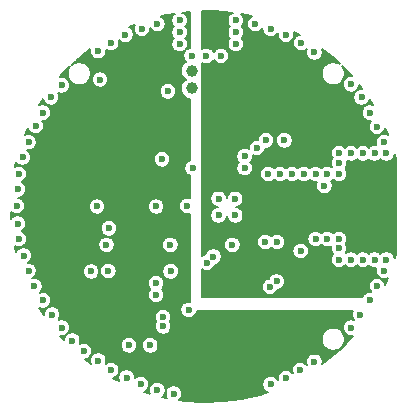
<source format=gbr>
%TF.GenerationSoftware,KiCad,Pcbnew,(5.1.6)-1*%
%TF.CreationDate,2020-10-05T19:31:36+02:00*%
%TF.ProjectId,NRF24,4e524632-342e-46b6-9963-61645f706362,rev?*%
%TF.SameCoordinates,Original*%
%TF.FileFunction,Copper,L3,Inr*%
%TF.FilePolarity,Positive*%
%FSLAX46Y46*%
G04 Gerber Fmt 4.6, Leading zero omitted, Abs format (unit mm)*
G04 Created by KiCad (PCBNEW (5.1.6)-1) date 2020-10-05 19:31:36*
%MOMM*%
%LPD*%
G01*
G04 APERTURE LIST*
%TA.AperFunction,ViaPad*%
%ADD10C,1.000000*%
%TD*%
%TA.AperFunction,ViaPad*%
%ADD11C,0.600000*%
%TD*%
%TA.AperFunction,Conductor*%
%ADD12C,0.200000*%
%TD*%
G04 APERTURE END LIST*
D10*
%TO.N,GND*%
X179500000Y-77250000D03*
X179500000Y-75750000D03*
D11*
X178500000Y-71500000D03*
X181800000Y-88000000D03*
X183200000Y-86600000D03*
X183200000Y-88000000D03*
X181800000Y-86600000D03*
X184000000Y-84000000D03*
X184000000Y-83000000D03*
X182950000Y-90500000D03*
X172462500Y-92712562D03*
X179600020Y-84000000D03*
X177000000Y-83250000D03*
X172500000Y-89100000D03*
X185050000Y-82300006D03*
X185750000Y-90250000D03*
X178500000Y-72500000D03*
X178500000Y-73500000D03*
X179500000Y-74500000D03*
X180750000Y-74500000D03*
X182000000Y-74500000D03*
X183250000Y-73500000D03*
X192000000Y-84500000D03*
X192000000Y-82750000D03*
X193000000Y-82750000D03*
X194000000Y-82750000D03*
X195000000Y-82750000D03*
X191000000Y-90000000D03*
X192000000Y-91750000D03*
X193000000Y-91750000D03*
X194000000Y-91750000D03*
X195000000Y-91750000D03*
X196000000Y-91750000D03*
X164700000Y-87200000D03*
X164800000Y-85800000D03*
X164900000Y-84500000D03*
X165200000Y-83100000D03*
X165700000Y-81800000D03*
X166300000Y-80400000D03*
X166900000Y-79300000D03*
X167600000Y-78000000D03*
X168500000Y-77000000D03*
X184900000Y-71800000D03*
X186200000Y-72200000D03*
X187500000Y-72700000D03*
X188800000Y-73400000D03*
X189900000Y-74200000D03*
X193000000Y-76900000D03*
X193900000Y-78000000D03*
X194600000Y-79300000D03*
X195200000Y-80500000D03*
X195800000Y-81800000D03*
X195800000Y-92700000D03*
X195200000Y-94000000D03*
X194600000Y-95200000D03*
X193800000Y-96400000D03*
X193000000Y-97500000D03*
X189900000Y-100400000D03*
X188700000Y-101100000D03*
X187500000Y-101800000D03*
X186200000Y-102300000D03*
X178000000Y-103100000D03*
X176600000Y-102800000D03*
X175200000Y-102300000D03*
X172700000Y-101100000D03*
X171600000Y-100300000D03*
X170400000Y-99500000D03*
X169400000Y-98600000D03*
X168500000Y-97500000D03*
X167700000Y-96400000D03*
X166900000Y-95200000D03*
X166200000Y-94000000D03*
X165700000Y-92700000D03*
X165300000Y-91400000D03*
X164900000Y-90000000D03*
X164800000Y-88700000D03*
X174000000Y-101750000D03*
X183250000Y-71500000D03*
X183250000Y-72500000D03*
X190750000Y-85500000D03*
X191000000Y-84500000D03*
X172300000Y-90500000D03*
X180799996Y-92000000D03*
X181350000Y-91500009D03*
X186699998Y-93600000D03*
X186150000Y-94050000D03*
X187350000Y-81650000D03*
X185800000Y-81650000D03*
X171500000Y-87250000D03*
X177100000Y-96600000D03*
X177100000Y-97400000D03*
X186750000Y-90250000D03*
X190000000Y-84500000D03*
X189000000Y-84500000D03*
X188000000Y-84500000D03*
X187000000Y-84500000D03*
X196000000Y-82750000D03*
X192000000Y-83600000D03*
X192000000Y-90000000D03*
X190000000Y-90000000D03*
X192000000Y-90800000D03*
X186000000Y-84500000D03*
X177700000Y-90500000D03*
X176500000Y-94750000D03*
X171000000Y-92750000D03*
X177737516Y-92737490D03*
X176600000Y-71800000D03*
X171600000Y-74100000D03*
X175300000Y-72200000D03*
X173900000Y-72700000D03*
X172700000Y-73400000D03*
X177500000Y-77500000D03*
X171750000Y-76500000D03*
X188735000Y-91015000D03*
%TO.N,/NRST*%
X176500000Y-93750000D03*
X179250000Y-96000000D03*
%TO.N,/SPI_SCK*%
X176500000Y-87249985D03*
X179128621Y-87199999D03*
%TO.N,Net-(BT1-Pad1)*%
X176000000Y-99000000D03*
X174200000Y-99000000D03*
%TO.N,VCC*%
X174037512Y-92712488D03*
X176000000Y-83250000D03*
X185250000Y-101500000D03*
X172900000Y-96600000D03*
X172900000Y-97400000D03*
X178100000Y-81950000D03*
X178100000Y-82850000D03*
X179000000Y-82850000D03*
X168799992Y-88750000D03*
X176162516Y-92694193D03*
X177500000Y-76500000D03*
X176750000Y-81750000D03*
X172250000Y-81750000D03*
D10*
%TO.N,+VSW*%
X185750000Y-77250000D03*
X185750000Y-75750000D03*
D11*
X180650000Y-90500000D03*
X181600000Y-83000000D03*
X184750000Y-85500000D03*
D10*
X187250000Y-75750000D03*
X187250000Y-77250000D03*
%TD*%
D12*
%TO.N,VCC*%
G36*
X179400000Y-73806178D02*
G01*
X179295818Y-73826901D01*
X179168426Y-73879668D01*
X179053776Y-73956274D01*
X178956274Y-74053776D01*
X178879668Y-74168426D01*
X178826901Y-74295818D01*
X178800000Y-74431056D01*
X178800000Y-74568944D01*
X178826901Y-74704182D01*
X178879668Y-74831574D01*
X178956274Y-74946224D01*
X179007024Y-74996974D01*
X178926283Y-75050924D01*
X178800924Y-75176283D01*
X178702430Y-75323690D01*
X178634586Y-75487480D01*
X178600000Y-75661358D01*
X178600000Y-75838642D01*
X178634586Y-76012520D01*
X178702430Y-76176310D01*
X178800924Y-76323717D01*
X178926283Y-76449076D01*
X179002496Y-76500000D01*
X178926283Y-76550924D01*
X178800924Y-76676283D01*
X178702430Y-76823690D01*
X178634586Y-76987480D01*
X178600000Y-77161358D01*
X178600000Y-77338642D01*
X178634586Y-77512520D01*
X178702430Y-77676310D01*
X178800924Y-77823717D01*
X178926283Y-77949076D01*
X179073690Y-78047570D01*
X179237480Y-78115414D01*
X179400000Y-78147741D01*
X179400000Y-83326073D01*
X179395838Y-83326901D01*
X179268446Y-83379668D01*
X179153796Y-83456274D01*
X179056294Y-83553776D01*
X178979688Y-83668426D01*
X178926921Y-83795818D01*
X178900020Y-83931056D01*
X178900020Y-84068944D01*
X178926921Y-84204182D01*
X178979688Y-84331574D01*
X179056294Y-84446224D01*
X179153796Y-84543726D01*
X179268446Y-84620332D01*
X179395838Y-84673099D01*
X179400000Y-84673927D01*
X179400000Y-86554734D01*
X179332803Y-86526900D01*
X179197565Y-86499999D01*
X179059677Y-86499999D01*
X178924439Y-86526900D01*
X178797047Y-86579667D01*
X178682397Y-86656273D01*
X178584895Y-86753775D01*
X178508289Y-86868425D01*
X178455522Y-86995817D01*
X178428621Y-87131055D01*
X178428621Y-87268943D01*
X178455522Y-87404181D01*
X178508289Y-87531573D01*
X178584895Y-87646223D01*
X178682397Y-87743725D01*
X178797047Y-87820331D01*
X178924439Y-87873098D01*
X179059677Y-87899999D01*
X179197565Y-87899999D01*
X179332803Y-87873098D01*
X179400000Y-87845264D01*
X179400000Y-95316123D01*
X179318944Y-95300000D01*
X179181056Y-95300000D01*
X179045818Y-95326901D01*
X178918426Y-95379668D01*
X178803776Y-95456274D01*
X178706274Y-95553776D01*
X178629668Y-95668426D01*
X178576901Y-95795818D01*
X178550000Y-95931056D01*
X178550000Y-96068944D01*
X178576901Y-96204182D01*
X178629668Y-96331574D01*
X178706274Y-96446224D01*
X178803776Y-96543726D01*
X178918426Y-96620332D01*
X179045818Y-96673099D01*
X179181056Y-96700000D01*
X179318944Y-96700000D01*
X179454182Y-96673099D01*
X179581574Y-96620332D01*
X179696224Y-96543726D01*
X179793726Y-96446224D01*
X179870332Y-96331574D01*
X179923099Y-96204182D01*
X179947363Y-96082201D01*
X193173962Y-96082201D01*
X193126901Y-96195818D01*
X193100000Y-96331056D01*
X193100000Y-96468944D01*
X193126901Y-96604182D01*
X193179668Y-96731574D01*
X193256274Y-96846224D01*
X193260122Y-96850072D01*
X193204182Y-96826901D01*
X193068944Y-96800000D01*
X192931056Y-96800000D01*
X192795818Y-96826901D01*
X192668426Y-96879668D01*
X192553776Y-96956274D01*
X192456274Y-97053776D01*
X192379668Y-97168426D01*
X192326901Y-97295818D01*
X192300000Y-97431056D01*
X192300000Y-97568944D01*
X192326901Y-97704182D01*
X192379668Y-97831574D01*
X192456274Y-97946224D01*
X192553776Y-98043726D01*
X192668426Y-98120332D01*
X192795818Y-98173099D01*
X192931056Y-98200000D01*
X193068944Y-98200000D01*
X193178617Y-98178184D01*
X192117302Y-99281941D01*
X190911759Y-100316056D01*
X190584642Y-100546154D01*
X190600000Y-100468944D01*
X190600000Y-100331056D01*
X190573099Y-100195818D01*
X190520332Y-100068426D01*
X190443726Y-99953776D01*
X190346224Y-99856274D01*
X190231574Y-99779668D01*
X190104182Y-99726901D01*
X189968944Y-99700000D01*
X189831056Y-99700000D01*
X189695818Y-99726901D01*
X189568426Y-99779668D01*
X189453776Y-99856274D01*
X189356274Y-99953776D01*
X189279668Y-100068426D01*
X189226901Y-100195818D01*
X189200000Y-100331056D01*
X189200000Y-100468944D01*
X189226901Y-100604182D01*
X189253506Y-100668413D01*
X189243726Y-100653776D01*
X189146224Y-100556274D01*
X189031574Y-100479668D01*
X188904182Y-100426901D01*
X188768944Y-100400000D01*
X188631056Y-100400000D01*
X188495818Y-100426901D01*
X188368426Y-100479668D01*
X188253776Y-100556274D01*
X188156274Y-100653776D01*
X188079668Y-100768426D01*
X188026901Y-100895818D01*
X188000000Y-101031056D01*
X188000000Y-101168944D01*
X188026901Y-101304182D01*
X188053506Y-101368413D01*
X188043726Y-101353776D01*
X187946224Y-101256274D01*
X187831574Y-101179668D01*
X187704182Y-101126901D01*
X187568944Y-101100000D01*
X187431056Y-101100000D01*
X187295818Y-101126901D01*
X187168426Y-101179668D01*
X187053776Y-101256274D01*
X186956274Y-101353776D01*
X186879668Y-101468426D01*
X186826901Y-101595818D01*
X186800000Y-101731056D01*
X186800000Y-101868944D01*
X186819558Y-101967268D01*
X186743726Y-101853776D01*
X186646224Y-101756274D01*
X186531574Y-101679668D01*
X186404182Y-101626901D01*
X186268944Y-101600000D01*
X186131056Y-101600000D01*
X185995818Y-101626901D01*
X185868426Y-101679668D01*
X185753776Y-101756274D01*
X185656274Y-101853776D01*
X185579668Y-101968426D01*
X185526901Y-102095818D01*
X185500000Y-102231056D01*
X185500000Y-102368944D01*
X185526901Y-102504182D01*
X185579668Y-102631574D01*
X185656274Y-102746224D01*
X185753776Y-102843726D01*
X185868426Y-102920332D01*
X185937287Y-102948855D01*
X185277193Y-103171297D01*
X183730362Y-103531911D01*
X182156085Y-103742607D01*
X180568871Y-103801446D01*
X178983313Y-103707885D01*
X178463285Y-103626665D01*
X178543726Y-103546224D01*
X178620332Y-103431574D01*
X178673099Y-103304182D01*
X178700000Y-103168944D01*
X178700000Y-103031056D01*
X178673099Y-102895818D01*
X178620332Y-102768426D01*
X178543726Y-102653776D01*
X178446224Y-102556274D01*
X178331574Y-102479668D01*
X178204182Y-102426901D01*
X178068944Y-102400000D01*
X177931056Y-102400000D01*
X177795818Y-102426901D01*
X177668426Y-102479668D01*
X177553776Y-102556274D01*
X177456274Y-102653776D01*
X177379668Y-102768426D01*
X177326901Y-102895818D01*
X177300000Y-103031056D01*
X177300000Y-103168944D01*
X177326901Y-103304182D01*
X177379668Y-103431574D01*
X177397733Y-103458610D01*
X177019418Y-103361637D01*
X177046224Y-103343726D01*
X177143726Y-103246224D01*
X177220332Y-103131574D01*
X177273099Y-103004182D01*
X177300000Y-102868944D01*
X177300000Y-102731056D01*
X177273099Y-102595818D01*
X177220332Y-102468426D01*
X177143726Y-102353776D01*
X177046224Y-102256274D01*
X176931574Y-102179668D01*
X176804182Y-102126901D01*
X176668944Y-102100000D01*
X176531056Y-102100000D01*
X176395818Y-102126901D01*
X176268426Y-102179668D01*
X176153776Y-102256274D01*
X176056274Y-102353776D01*
X175979668Y-102468426D01*
X175926901Y-102595818D01*
X175900000Y-102731056D01*
X175900000Y-102868944D01*
X175926901Y-103004182D01*
X175962775Y-103090789D01*
X175875470Y-103068411D01*
X175500963Y-102933011D01*
X175531574Y-102920332D01*
X175646224Y-102843726D01*
X175743726Y-102746224D01*
X175820332Y-102631574D01*
X175873099Y-102504182D01*
X175900000Y-102368944D01*
X175900000Y-102231056D01*
X175873099Y-102095818D01*
X175820332Y-101968426D01*
X175743726Y-101853776D01*
X175646224Y-101756274D01*
X175531574Y-101679668D01*
X175404182Y-101626901D01*
X175268944Y-101600000D01*
X175131056Y-101600000D01*
X174995818Y-101626901D01*
X174868426Y-101679668D01*
X174753776Y-101756274D01*
X174700000Y-101810050D01*
X174700000Y-101681056D01*
X174673099Y-101545818D01*
X174620332Y-101418426D01*
X174543726Y-101303776D01*
X174446224Y-101206274D01*
X174331574Y-101129668D01*
X174204182Y-101076901D01*
X174068944Y-101050000D01*
X173931056Y-101050000D01*
X173795818Y-101076901D01*
X173668426Y-101129668D01*
X173553776Y-101206274D01*
X173456274Y-101303776D01*
X173379668Y-101418426D01*
X173326901Y-101545818D01*
X173300000Y-101681056D01*
X173300000Y-101818944D01*
X173326901Y-101954182D01*
X173364957Y-102046059D01*
X172946725Y-101847674D01*
X172842520Y-101785365D01*
X172904182Y-101773099D01*
X173031574Y-101720332D01*
X173146224Y-101643726D01*
X173243726Y-101546224D01*
X173320332Y-101431574D01*
X173373099Y-101304182D01*
X173400000Y-101168944D01*
X173400000Y-101031056D01*
X173373099Y-100895818D01*
X173320332Y-100768426D01*
X173243726Y-100653776D01*
X173146224Y-100556274D01*
X173031574Y-100479668D01*
X172904182Y-100426901D01*
X172768944Y-100400000D01*
X172631056Y-100400000D01*
X172495818Y-100426901D01*
X172368426Y-100479668D01*
X172253776Y-100556274D01*
X172249928Y-100560122D01*
X172273099Y-100504182D01*
X172300000Y-100368944D01*
X172300000Y-100231056D01*
X172273099Y-100095818D01*
X172220332Y-99968426D01*
X172143726Y-99853776D01*
X172046224Y-99756274D01*
X171931574Y-99679668D01*
X171804182Y-99626901D01*
X171668944Y-99600000D01*
X171531056Y-99600000D01*
X171395818Y-99626901D01*
X171268426Y-99679668D01*
X171153776Y-99756274D01*
X171056274Y-99853776D01*
X170979668Y-99968426D01*
X170926901Y-100095818D01*
X170900000Y-100231056D01*
X170900000Y-100368944D01*
X170926901Y-100504182D01*
X170953533Y-100568478D01*
X170453321Y-100200000D01*
X170468944Y-100200000D01*
X170604182Y-100173099D01*
X170731574Y-100120332D01*
X170846224Y-100043726D01*
X170943726Y-99946224D01*
X171020332Y-99831574D01*
X171073099Y-99704182D01*
X171100000Y-99568944D01*
X171100000Y-99431056D01*
X171073099Y-99295818D01*
X171020332Y-99168426D01*
X170943726Y-99053776D01*
X170846224Y-98956274D01*
X170808483Y-98931056D01*
X173500000Y-98931056D01*
X173500000Y-99068944D01*
X173526901Y-99204182D01*
X173579668Y-99331574D01*
X173656274Y-99446224D01*
X173753776Y-99543726D01*
X173868426Y-99620332D01*
X173995818Y-99673099D01*
X174131056Y-99700000D01*
X174268944Y-99700000D01*
X174404182Y-99673099D01*
X174531574Y-99620332D01*
X174646224Y-99543726D01*
X174743726Y-99446224D01*
X174820332Y-99331574D01*
X174873099Y-99204182D01*
X174900000Y-99068944D01*
X174900000Y-98931056D01*
X175300000Y-98931056D01*
X175300000Y-99068944D01*
X175326901Y-99204182D01*
X175379668Y-99331574D01*
X175456274Y-99446224D01*
X175553776Y-99543726D01*
X175668426Y-99620332D01*
X175795818Y-99673099D01*
X175931056Y-99700000D01*
X176068944Y-99700000D01*
X176204182Y-99673099D01*
X176331574Y-99620332D01*
X176446224Y-99543726D01*
X176543726Y-99446224D01*
X176620332Y-99331574D01*
X176673099Y-99204182D01*
X176700000Y-99068944D01*
X176700000Y-98931056D01*
X176673099Y-98795818D01*
X176620332Y-98668426D01*
X176543726Y-98553776D01*
X176446224Y-98456274D01*
X176367799Y-98403872D01*
X190524000Y-98403872D01*
X190524000Y-98596128D01*
X190561508Y-98784689D01*
X190635080Y-98962309D01*
X190741892Y-99122163D01*
X190877837Y-99258108D01*
X191037691Y-99364920D01*
X191215311Y-99438492D01*
X191403872Y-99476000D01*
X191596128Y-99476000D01*
X191784689Y-99438492D01*
X191962309Y-99364920D01*
X192122163Y-99258108D01*
X192258108Y-99122163D01*
X192364920Y-98962309D01*
X192438492Y-98784689D01*
X192476000Y-98596128D01*
X192476000Y-98403872D01*
X192438492Y-98215311D01*
X192364920Y-98037691D01*
X192258108Y-97877837D01*
X192122163Y-97741892D01*
X191962309Y-97635080D01*
X191784689Y-97561508D01*
X191596128Y-97524000D01*
X191403872Y-97524000D01*
X191215311Y-97561508D01*
X191037691Y-97635080D01*
X190877837Y-97741892D01*
X190741892Y-97877837D01*
X190635080Y-98037691D01*
X190561508Y-98215311D01*
X190524000Y-98403872D01*
X176367799Y-98403872D01*
X176331574Y-98379668D01*
X176204182Y-98326901D01*
X176068944Y-98300000D01*
X175931056Y-98300000D01*
X175795818Y-98326901D01*
X175668426Y-98379668D01*
X175553776Y-98456274D01*
X175456274Y-98553776D01*
X175379668Y-98668426D01*
X175326901Y-98795818D01*
X175300000Y-98931056D01*
X174900000Y-98931056D01*
X174873099Y-98795818D01*
X174820332Y-98668426D01*
X174743726Y-98553776D01*
X174646224Y-98456274D01*
X174531574Y-98379668D01*
X174404182Y-98326901D01*
X174268944Y-98300000D01*
X174131056Y-98300000D01*
X173995818Y-98326901D01*
X173868426Y-98379668D01*
X173753776Y-98456274D01*
X173656274Y-98553776D01*
X173579668Y-98668426D01*
X173526901Y-98795818D01*
X173500000Y-98931056D01*
X170808483Y-98931056D01*
X170731574Y-98879668D01*
X170604182Y-98826901D01*
X170468944Y-98800000D01*
X170331056Y-98800000D01*
X170195818Y-98826901D01*
X170068426Y-98879668D01*
X170031655Y-98904237D01*
X170073099Y-98804182D01*
X170100000Y-98668944D01*
X170100000Y-98531056D01*
X170073099Y-98395818D01*
X170020332Y-98268426D01*
X169943726Y-98153776D01*
X169846224Y-98056274D01*
X169731574Y-97979668D01*
X169604182Y-97926901D01*
X169468944Y-97900000D01*
X169331056Y-97900000D01*
X169195818Y-97926901D01*
X169068426Y-97979668D01*
X168953776Y-98056274D01*
X168856274Y-98153776D01*
X168779668Y-98268426D01*
X168726901Y-98395818D01*
X168700000Y-98531056D01*
X168700000Y-98571623D01*
X168341629Y-98182212D01*
X168431056Y-98200000D01*
X168568944Y-98200000D01*
X168704182Y-98173099D01*
X168831574Y-98120332D01*
X168946224Y-98043726D01*
X169043726Y-97946224D01*
X169120332Y-97831574D01*
X169173099Y-97704182D01*
X169200000Y-97568944D01*
X169200000Y-97431056D01*
X169173099Y-97295818D01*
X169120332Y-97168426D01*
X169043726Y-97053776D01*
X168946224Y-96956274D01*
X168831574Y-96879668D01*
X168704182Y-96826901D01*
X168568944Y-96800000D01*
X168431056Y-96800000D01*
X168295818Y-96826901D01*
X168239878Y-96850072D01*
X168243726Y-96846224D01*
X168320332Y-96731574D01*
X168373099Y-96604182D01*
X168387644Y-96531056D01*
X176400000Y-96531056D01*
X176400000Y-96668944D01*
X176426901Y-96804182D01*
X176479668Y-96931574D01*
X176525388Y-97000000D01*
X176479668Y-97068426D01*
X176426901Y-97195818D01*
X176400000Y-97331056D01*
X176400000Y-97468944D01*
X176426901Y-97604182D01*
X176479668Y-97731574D01*
X176556274Y-97846224D01*
X176653776Y-97943726D01*
X176768426Y-98020332D01*
X176895818Y-98073099D01*
X177031056Y-98100000D01*
X177168944Y-98100000D01*
X177304182Y-98073099D01*
X177431574Y-98020332D01*
X177546224Y-97943726D01*
X177643726Y-97846224D01*
X177720332Y-97731574D01*
X177773099Y-97604182D01*
X177800000Y-97468944D01*
X177800000Y-97331056D01*
X177773099Y-97195818D01*
X177720332Y-97068426D01*
X177674612Y-97000000D01*
X177720332Y-96931574D01*
X177773099Y-96804182D01*
X177800000Y-96668944D01*
X177800000Y-96531056D01*
X177773099Y-96395818D01*
X177720332Y-96268426D01*
X177643726Y-96153776D01*
X177546224Y-96056274D01*
X177431574Y-95979668D01*
X177304182Y-95926901D01*
X177168944Y-95900000D01*
X177031056Y-95900000D01*
X176895818Y-95926901D01*
X176768426Y-95979668D01*
X176653776Y-96056274D01*
X176556274Y-96153776D01*
X176479668Y-96268426D01*
X176426901Y-96395818D01*
X176400000Y-96531056D01*
X168387644Y-96531056D01*
X168400000Y-96468944D01*
X168400000Y-96331056D01*
X168373099Y-96195818D01*
X168320332Y-96068426D01*
X168243726Y-95953776D01*
X168146224Y-95856274D01*
X168031574Y-95779668D01*
X167904182Y-95726901D01*
X167768944Y-95700000D01*
X167631056Y-95700000D01*
X167495818Y-95726901D01*
X167368426Y-95779668D01*
X167253776Y-95856274D01*
X167156274Y-95953776D01*
X167079668Y-96068426D01*
X167026901Y-96195818D01*
X167000000Y-96331056D01*
X167000000Y-96452302D01*
X166625387Y-95843926D01*
X166695818Y-95873099D01*
X166831056Y-95900000D01*
X166968944Y-95900000D01*
X167104182Y-95873099D01*
X167231574Y-95820332D01*
X167346224Y-95743726D01*
X167443726Y-95646224D01*
X167520332Y-95531574D01*
X167573099Y-95404182D01*
X167600000Y-95268944D01*
X167600000Y-95131056D01*
X167573099Y-94995818D01*
X167520332Y-94868426D01*
X167443726Y-94753776D01*
X167346224Y-94656274D01*
X167231574Y-94579668D01*
X167104182Y-94526901D01*
X166968944Y-94500000D01*
X166831056Y-94500000D01*
X166695818Y-94526901D01*
X166631587Y-94553506D01*
X166646224Y-94543726D01*
X166743726Y-94446224D01*
X166820332Y-94331574D01*
X166873099Y-94204182D01*
X166900000Y-94068944D01*
X166900000Y-93931056D01*
X166873099Y-93795818D01*
X166825564Y-93681056D01*
X175800000Y-93681056D01*
X175800000Y-93818944D01*
X175826901Y-93954182D01*
X175879668Y-94081574D01*
X175956274Y-94196224D01*
X176010050Y-94250000D01*
X175956274Y-94303776D01*
X175879668Y-94418426D01*
X175826901Y-94545818D01*
X175800000Y-94681056D01*
X175800000Y-94818944D01*
X175826901Y-94954182D01*
X175879668Y-95081574D01*
X175956274Y-95196224D01*
X176053776Y-95293726D01*
X176168426Y-95370332D01*
X176295818Y-95423099D01*
X176431056Y-95450000D01*
X176568944Y-95450000D01*
X176704182Y-95423099D01*
X176831574Y-95370332D01*
X176946224Y-95293726D01*
X177043726Y-95196224D01*
X177120332Y-95081574D01*
X177173099Y-94954182D01*
X177200000Y-94818944D01*
X177200000Y-94681056D01*
X177173099Y-94545818D01*
X177120332Y-94418426D01*
X177043726Y-94303776D01*
X176989950Y-94250000D01*
X177043726Y-94196224D01*
X177120332Y-94081574D01*
X177173099Y-93954182D01*
X177200000Y-93818944D01*
X177200000Y-93681056D01*
X177173099Y-93545818D01*
X177120332Y-93418426D01*
X177043726Y-93303776D01*
X176946224Y-93206274D01*
X176831574Y-93129668D01*
X176704182Y-93076901D01*
X176568944Y-93050000D01*
X176431056Y-93050000D01*
X176295818Y-93076901D01*
X176168426Y-93129668D01*
X176053776Y-93206274D01*
X175956274Y-93303776D01*
X175879668Y-93418426D01*
X175826901Y-93545818D01*
X175800000Y-93681056D01*
X166825564Y-93681056D01*
X166820332Y-93668426D01*
X166743726Y-93553776D01*
X166646224Y-93456274D01*
X166531574Y-93379668D01*
X166404182Y-93326901D01*
X166268944Y-93300000D01*
X166131056Y-93300000D01*
X166032732Y-93319558D01*
X166146224Y-93243726D01*
X166243726Y-93146224D01*
X166320332Y-93031574D01*
X166373099Y-92904182D01*
X166400000Y-92768944D01*
X166400000Y-92681056D01*
X170300000Y-92681056D01*
X170300000Y-92818944D01*
X170326901Y-92954182D01*
X170379668Y-93081574D01*
X170456274Y-93196224D01*
X170553776Y-93293726D01*
X170668426Y-93370332D01*
X170795818Y-93423099D01*
X170931056Y-93450000D01*
X171068944Y-93450000D01*
X171204182Y-93423099D01*
X171331574Y-93370332D01*
X171446224Y-93293726D01*
X171543726Y-93196224D01*
X171620332Y-93081574D01*
X171673099Y-92954182D01*
X171700000Y-92818944D01*
X171700000Y-92681056D01*
X171692553Y-92643618D01*
X171762500Y-92643618D01*
X171762500Y-92781506D01*
X171789401Y-92916744D01*
X171842168Y-93044136D01*
X171918774Y-93158786D01*
X172016276Y-93256288D01*
X172130926Y-93332894D01*
X172258318Y-93385661D01*
X172393556Y-93412562D01*
X172531444Y-93412562D01*
X172666682Y-93385661D01*
X172794074Y-93332894D01*
X172908724Y-93256288D01*
X173006226Y-93158786D01*
X173082832Y-93044136D01*
X173135599Y-92916744D01*
X173162500Y-92781506D01*
X173162500Y-92668546D01*
X177037516Y-92668546D01*
X177037516Y-92806434D01*
X177064417Y-92941672D01*
X177117184Y-93069064D01*
X177193790Y-93183714D01*
X177291292Y-93281216D01*
X177405942Y-93357822D01*
X177533334Y-93410589D01*
X177668572Y-93437490D01*
X177806460Y-93437490D01*
X177941698Y-93410589D01*
X178069090Y-93357822D01*
X178183740Y-93281216D01*
X178281242Y-93183714D01*
X178357848Y-93069064D01*
X178410615Y-92941672D01*
X178437516Y-92806434D01*
X178437516Y-92668546D01*
X178410615Y-92533308D01*
X178357848Y-92405916D01*
X178281242Y-92291266D01*
X178183740Y-92193764D01*
X178069090Y-92117158D01*
X177941698Y-92064391D01*
X177806460Y-92037490D01*
X177668572Y-92037490D01*
X177533334Y-92064391D01*
X177405942Y-92117158D01*
X177291292Y-92193764D01*
X177193790Y-92291266D01*
X177117184Y-92405916D01*
X177064417Y-92533308D01*
X177037516Y-92668546D01*
X173162500Y-92668546D01*
X173162500Y-92643618D01*
X173135599Y-92508380D01*
X173082832Y-92380988D01*
X173006226Y-92266338D01*
X172908724Y-92168836D01*
X172794074Y-92092230D01*
X172666682Y-92039463D01*
X172531444Y-92012562D01*
X172393556Y-92012562D01*
X172258318Y-92039463D01*
X172130926Y-92092230D01*
X172016276Y-92168836D01*
X171918774Y-92266338D01*
X171842168Y-92380988D01*
X171789401Y-92508380D01*
X171762500Y-92643618D01*
X171692553Y-92643618D01*
X171673099Y-92545818D01*
X171620332Y-92418426D01*
X171543726Y-92303776D01*
X171446224Y-92206274D01*
X171331574Y-92129668D01*
X171204182Y-92076901D01*
X171068944Y-92050000D01*
X170931056Y-92050000D01*
X170795818Y-92076901D01*
X170668426Y-92129668D01*
X170553776Y-92206274D01*
X170456274Y-92303776D01*
X170379668Y-92418426D01*
X170326901Y-92545818D01*
X170300000Y-92681056D01*
X166400000Y-92681056D01*
X166400000Y-92631056D01*
X166373099Y-92495818D01*
X166320332Y-92368426D01*
X166243726Y-92253776D01*
X166146224Y-92156274D01*
X166031574Y-92079668D01*
X165904182Y-92026901D01*
X165768944Y-92000000D01*
X165662003Y-92000000D01*
X165746224Y-91943726D01*
X165843726Y-91846224D01*
X165920332Y-91731574D01*
X165973099Y-91604182D01*
X166000000Y-91468944D01*
X166000000Y-91331056D01*
X165973099Y-91195818D01*
X165920332Y-91068426D01*
X165843726Y-90953776D01*
X165746224Y-90856274D01*
X165631574Y-90779668D01*
X165504182Y-90726901D01*
X165368944Y-90700000D01*
X165231056Y-90700000D01*
X165095818Y-90726901D01*
X164968426Y-90779668D01*
X164853776Y-90856274D01*
X164756274Y-90953776D01*
X164679668Y-91068426D01*
X164665003Y-91103831D01*
X164582022Y-90796782D01*
X164550020Y-90608034D01*
X164568426Y-90620332D01*
X164695818Y-90673099D01*
X164831056Y-90700000D01*
X164968944Y-90700000D01*
X165104182Y-90673099D01*
X165231574Y-90620332D01*
X165346224Y-90543726D01*
X165443726Y-90446224D01*
X165453860Y-90431056D01*
X171600000Y-90431056D01*
X171600000Y-90568944D01*
X171626901Y-90704182D01*
X171679668Y-90831574D01*
X171756274Y-90946224D01*
X171853776Y-91043726D01*
X171968426Y-91120332D01*
X172095818Y-91173099D01*
X172231056Y-91200000D01*
X172368944Y-91200000D01*
X172504182Y-91173099D01*
X172631574Y-91120332D01*
X172746224Y-91043726D01*
X172843726Y-90946224D01*
X172920332Y-90831574D01*
X172973099Y-90704182D01*
X173000000Y-90568944D01*
X173000000Y-90431056D01*
X177000000Y-90431056D01*
X177000000Y-90568944D01*
X177026901Y-90704182D01*
X177079668Y-90831574D01*
X177156274Y-90946224D01*
X177253776Y-91043726D01*
X177368426Y-91120332D01*
X177495818Y-91173099D01*
X177631056Y-91200000D01*
X177768944Y-91200000D01*
X177904182Y-91173099D01*
X178031574Y-91120332D01*
X178146224Y-91043726D01*
X178243726Y-90946224D01*
X178320332Y-90831574D01*
X178373099Y-90704182D01*
X178400000Y-90568944D01*
X178400000Y-90431056D01*
X178373099Y-90295818D01*
X178320332Y-90168426D01*
X178243726Y-90053776D01*
X178146224Y-89956274D01*
X178031574Y-89879668D01*
X177904182Y-89826901D01*
X177768944Y-89800000D01*
X177631056Y-89800000D01*
X177495818Y-89826901D01*
X177368426Y-89879668D01*
X177253776Y-89956274D01*
X177156274Y-90053776D01*
X177079668Y-90168426D01*
X177026901Y-90295818D01*
X177000000Y-90431056D01*
X173000000Y-90431056D01*
X172973099Y-90295818D01*
X172920332Y-90168426D01*
X172843726Y-90053776D01*
X172746224Y-89956274D01*
X172631574Y-89879668D01*
X172504182Y-89826901D01*
X172368944Y-89800000D01*
X172231056Y-89800000D01*
X172095818Y-89826901D01*
X171968426Y-89879668D01*
X171853776Y-89956274D01*
X171756274Y-90053776D01*
X171679668Y-90168426D01*
X171626901Y-90295818D01*
X171600000Y-90431056D01*
X165453860Y-90431056D01*
X165520332Y-90331574D01*
X165573099Y-90204182D01*
X165600000Y-90068944D01*
X165600000Y-89931056D01*
X165573099Y-89795818D01*
X165520332Y-89668426D01*
X165443726Y-89553776D01*
X165346224Y-89456274D01*
X165231574Y-89379668D01*
X165109948Y-89329290D01*
X165131574Y-89320332D01*
X165246224Y-89243726D01*
X165343726Y-89146224D01*
X165420332Y-89031574D01*
X165420546Y-89031056D01*
X171800000Y-89031056D01*
X171800000Y-89168944D01*
X171826901Y-89304182D01*
X171879668Y-89431574D01*
X171956274Y-89546224D01*
X172053776Y-89643726D01*
X172168426Y-89720332D01*
X172295818Y-89773099D01*
X172431056Y-89800000D01*
X172568944Y-89800000D01*
X172704182Y-89773099D01*
X172831574Y-89720332D01*
X172946224Y-89643726D01*
X173043726Y-89546224D01*
X173120332Y-89431574D01*
X173173099Y-89304182D01*
X173200000Y-89168944D01*
X173200000Y-89031056D01*
X173173099Y-88895818D01*
X173120332Y-88768426D01*
X173043726Y-88653776D01*
X172946224Y-88556274D01*
X172831574Y-88479668D01*
X172704182Y-88426901D01*
X172568944Y-88400000D01*
X172431056Y-88400000D01*
X172295818Y-88426901D01*
X172168426Y-88479668D01*
X172053776Y-88556274D01*
X171956274Y-88653776D01*
X171879668Y-88768426D01*
X171826901Y-88895818D01*
X171800000Y-89031056D01*
X165420546Y-89031056D01*
X165473099Y-88904182D01*
X165500000Y-88768944D01*
X165500000Y-88631056D01*
X165473099Y-88495818D01*
X165420332Y-88368426D01*
X165343726Y-88253776D01*
X165246224Y-88156274D01*
X165131574Y-88079668D01*
X165004182Y-88026901D01*
X164868944Y-88000000D01*
X164731056Y-88000000D01*
X164595818Y-88026901D01*
X164468426Y-88079668D01*
X164353776Y-88156274D01*
X164256274Y-88253776D01*
X164247075Y-88267544D01*
X164205862Y-87695812D01*
X164253776Y-87743726D01*
X164368426Y-87820332D01*
X164495818Y-87873099D01*
X164631056Y-87900000D01*
X164768944Y-87900000D01*
X164904182Y-87873099D01*
X165031574Y-87820332D01*
X165146224Y-87743726D01*
X165243726Y-87646224D01*
X165320332Y-87531574D01*
X165373099Y-87404182D01*
X165400000Y-87268944D01*
X165400000Y-87181056D01*
X170800000Y-87181056D01*
X170800000Y-87318944D01*
X170826901Y-87454182D01*
X170879668Y-87581574D01*
X170956274Y-87696224D01*
X171053776Y-87793726D01*
X171168426Y-87870332D01*
X171295818Y-87923099D01*
X171431056Y-87950000D01*
X171568944Y-87950000D01*
X171704182Y-87923099D01*
X171831574Y-87870332D01*
X171946224Y-87793726D01*
X172043726Y-87696224D01*
X172120332Y-87581574D01*
X172173099Y-87454182D01*
X172200000Y-87318944D01*
X172200000Y-87181056D01*
X172199998Y-87181041D01*
X175800000Y-87181041D01*
X175800000Y-87318929D01*
X175826901Y-87454167D01*
X175879668Y-87581559D01*
X175956274Y-87696209D01*
X176053776Y-87793711D01*
X176168426Y-87870317D01*
X176295818Y-87923084D01*
X176431056Y-87949985D01*
X176568944Y-87949985D01*
X176704182Y-87923084D01*
X176831574Y-87870317D01*
X176946224Y-87793711D01*
X177043726Y-87696209D01*
X177120332Y-87581559D01*
X177173099Y-87454167D01*
X177200000Y-87318929D01*
X177200000Y-87181041D01*
X177173099Y-87045803D01*
X177120332Y-86918411D01*
X177043726Y-86803761D01*
X176946224Y-86706259D01*
X176831574Y-86629653D01*
X176704182Y-86576886D01*
X176568944Y-86549985D01*
X176431056Y-86549985D01*
X176295818Y-86576886D01*
X176168426Y-86629653D01*
X176053776Y-86706259D01*
X175956274Y-86803761D01*
X175879668Y-86918411D01*
X175826901Y-87045803D01*
X175800000Y-87181041D01*
X172199998Y-87181041D01*
X172173099Y-87045818D01*
X172120332Y-86918426D01*
X172043726Y-86803776D01*
X171946224Y-86706274D01*
X171831574Y-86629668D01*
X171704182Y-86576901D01*
X171568944Y-86550000D01*
X171431056Y-86550000D01*
X171295818Y-86576901D01*
X171168426Y-86629668D01*
X171053776Y-86706274D01*
X170956274Y-86803776D01*
X170879668Y-86918426D01*
X170826901Y-87045818D01*
X170800000Y-87181056D01*
X165400000Y-87181056D01*
X165400000Y-87131056D01*
X165373099Y-86995818D01*
X165320332Y-86868426D01*
X165243726Y-86753776D01*
X165146224Y-86656274D01*
X165031574Y-86579668D01*
X164904182Y-86526901D01*
X164768944Y-86500000D01*
X164868944Y-86500000D01*
X165004182Y-86473099D01*
X165131574Y-86420332D01*
X165246224Y-86343726D01*
X165343726Y-86246224D01*
X165420332Y-86131574D01*
X165473099Y-86004182D01*
X165500000Y-85868944D01*
X165500000Y-85731056D01*
X165473099Y-85595818D01*
X165420332Y-85468426D01*
X165343726Y-85353776D01*
X165246224Y-85256274D01*
X165131574Y-85179668D01*
X165109948Y-85170710D01*
X165231574Y-85120332D01*
X165346224Y-85043726D01*
X165443726Y-84946224D01*
X165520332Y-84831574D01*
X165573099Y-84704182D01*
X165600000Y-84568944D01*
X165600000Y-84431056D01*
X165573099Y-84295818D01*
X165520332Y-84168426D01*
X165443726Y-84053776D01*
X165346224Y-83956274D01*
X165231574Y-83879668D01*
X165104182Y-83826901D01*
X164968944Y-83800000D01*
X164831056Y-83800000D01*
X164695818Y-83826901D01*
X164568426Y-83879668D01*
X164561853Y-83884060D01*
X164641004Y-83523370D01*
X164656274Y-83546224D01*
X164753776Y-83643726D01*
X164868426Y-83720332D01*
X164995818Y-83773099D01*
X165131056Y-83800000D01*
X165268944Y-83800000D01*
X165404182Y-83773099D01*
X165531574Y-83720332D01*
X165646224Y-83643726D01*
X165743726Y-83546224D01*
X165820332Y-83431574D01*
X165873099Y-83304182D01*
X165897590Y-83181056D01*
X176300000Y-83181056D01*
X176300000Y-83318944D01*
X176326901Y-83454182D01*
X176379668Y-83581574D01*
X176456274Y-83696224D01*
X176553776Y-83793726D01*
X176668426Y-83870332D01*
X176795818Y-83923099D01*
X176931056Y-83950000D01*
X177068944Y-83950000D01*
X177204182Y-83923099D01*
X177331574Y-83870332D01*
X177446224Y-83793726D01*
X177543726Y-83696224D01*
X177620332Y-83581574D01*
X177673099Y-83454182D01*
X177700000Y-83318944D01*
X177700000Y-83181056D01*
X177673099Y-83045818D01*
X177620332Y-82918426D01*
X177543726Y-82803776D01*
X177446224Y-82706274D01*
X177331574Y-82629668D01*
X177204182Y-82576901D01*
X177068944Y-82550000D01*
X176931056Y-82550000D01*
X176795818Y-82576901D01*
X176668426Y-82629668D01*
X176553776Y-82706274D01*
X176456274Y-82803776D01*
X176379668Y-82918426D01*
X176326901Y-83045818D01*
X176300000Y-83181056D01*
X165897590Y-83181056D01*
X165900000Y-83168944D01*
X165900000Y-83031056D01*
X165873099Y-82895818D01*
X165820332Y-82768426D01*
X165743726Y-82653776D01*
X165646224Y-82556274D01*
X165532732Y-82480442D01*
X165631056Y-82500000D01*
X165768944Y-82500000D01*
X165904182Y-82473099D01*
X166031574Y-82420332D01*
X166146224Y-82343726D01*
X166243726Y-82246224D01*
X166320332Y-82131574D01*
X166373099Y-82004182D01*
X166400000Y-81868944D01*
X166400000Y-81731056D01*
X166373099Y-81595818D01*
X166320332Y-81468426D01*
X166243726Y-81353776D01*
X166146224Y-81256274D01*
X166031574Y-81179668D01*
X165904182Y-81126901D01*
X165768944Y-81100000D01*
X165631056Y-81100000D01*
X165495818Y-81126901D01*
X165368426Y-81179668D01*
X165359495Y-81185635D01*
X165621838Y-80578728D01*
X165626901Y-80604182D01*
X165679668Y-80731574D01*
X165756274Y-80846224D01*
X165853776Y-80943726D01*
X165968426Y-81020332D01*
X166095818Y-81073099D01*
X166231056Y-81100000D01*
X166368944Y-81100000D01*
X166504182Y-81073099D01*
X166631574Y-81020332D01*
X166746224Y-80943726D01*
X166843726Y-80846224D01*
X166920332Y-80731574D01*
X166973099Y-80604182D01*
X167000000Y-80468944D01*
X167000000Y-80331056D01*
X166973099Y-80195818D01*
X166920332Y-80068426D01*
X166874612Y-80000000D01*
X166968944Y-80000000D01*
X167104182Y-79973099D01*
X167231574Y-79920332D01*
X167346224Y-79843726D01*
X167443726Y-79746224D01*
X167520332Y-79631574D01*
X167573099Y-79504182D01*
X167600000Y-79368944D01*
X167600000Y-79231056D01*
X167573099Y-79095818D01*
X167520332Y-78968426D01*
X167443726Y-78853776D01*
X167346224Y-78756274D01*
X167231574Y-78679668D01*
X167104182Y-78626901D01*
X166968944Y-78600000D01*
X166831056Y-78600000D01*
X166695818Y-78626901D01*
X166603532Y-78665127D01*
X166655929Y-78570119D01*
X166922255Y-78180825D01*
X166926901Y-78204182D01*
X166979668Y-78331574D01*
X167056274Y-78446224D01*
X167153776Y-78543726D01*
X167268426Y-78620332D01*
X167395818Y-78673099D01*
X167531056Y-78700000D01*
X167668944Y-78700000D01*
X167804182Y-78673099D01*
X167931574Y-78620332D01*
X168046224Y-78543726D01*
X168143726Y-78446224D01*
X168220332Y-78331574D01*
X168273099Y-78204182D01*
X168300000Y-78068944D01*
X168300000Y-77931056D01*
X168273099Y-77795818D01*
X168220332Y-77668426D01*
X168195763Y-77631655D01*
X168295818Y-77673099D01*
X168431056Y-77700000D01*
X168568944Y-77700000D01*
X168704182Y-77673099D01*
X168831574Y-77620332D01*
X168946224Y-77543726D01*
X169043726Y-77446224D01*
X169053860Y-77431056D01*
X176800000Y-77431056D01*
X176800000Y-77568944D01*
X176826901Y-77704182D01*
X176879668Y-77831574D01*
X176956274Y-77946224D01*
X177053776Y-78043726D01*
X177168426Y-78120332D01*
X177295818Y-78173099D01*
X177431056Y-78200000D01*
X177568944Y-78200000D01*
X177704182Y-78173099D01*
X177831574Y-78120332D01*
X177946224Y-78043726D01*
X178043726Y-77946224D01*
X178120332Y-77831574D01*
X178173099Y-77704182D01*
X178200000Y-77568944D01*
X178200000Y-77431056D01*
X178173099Y-77295818D01*
X178120332Y-77168426D01*
X178043726Y-77053776D01*
X177946224Y-76956274D01*
X177831574Y-76879668D01*
X177704182Y-76826901D01*
X177568944Y-76800000D01*
X177431056Y-76800000D01*
X177295818Y-76826901D01*
X177168426Y-76879668D01*
X177053776Y-76956274D01*
X176956274Y-77053776D01*
X176879668Y-77168426D01*
X176826901Y-77295818D01*
X176800000Y-77431056D01*
X169053860Y-77431056D01*
X169120332Y-77331574D01*
X169173099Y-77204182D01*
X169200000Y-77068944D01*
X169200000Y-76931056D01*
X169173099Y-76795818D01*
X169120332Y-76668426D01*
X169043726Y-76553776D01*
X168946224Y-76456274D01*
X168831574Y-76379668D01*
X168704182Y-76326901D01*
X168568944Y-76300000D01*
X168431056Y-76300000D01*
X168338791Y-76318353D01*
X168571078Y-76040313D01*
X169241041Y-75379111D01*
X169135080Y-75537691D01*
X169061508Y-75715311D01*
X169024000Y-75903872D01*
X169024000Y-76096128D01*
X169061508Y-76284689D01*
X169135080Y-76462309D01*
X169241892Y-76622163D01*
X169377837Y-76758108D01*
X169537691Y-76864920D01*
X169715311Y-76938492D01*
X169903872Y-76976000D01*
X170096128Y-76976000D01*
X170284689Y-76938492D01*
X170462309Y-76864920D01*
X170622163Y-76758108D01*
X170758108Y-76622163D01*
X170864920Y-76462309D01*
X170877865Y-76431056D01*
X171050000Y-76431056D01*
X171050000Y-76568944D01*
X171076901Y-76704182D01*
X171129668Y-76831574D01*
X171206274Y-76946224D01*
X171303776Y-77043726D01*
X171418426Y-77120332D01*
X171545818Y-77173099D01*
X171681056Y-77200000D01*
X171818944Y-77200000D01*
X171954182Y-77173099D01*
X172081574Y-77120332D01*
X172196224Y-77043726D01*
X172293726Y-76946224D01*
X172370332Y-76831574D01*
X172423099Y-76704182D01*
X172450000Y-76568944D01*
X172450000Y-76431056D01*
X172423099Y-76295818D01*
X172370332Y-76168426D01*
X172293726Y-76053776D01*
X172196224Y-75956274D01*
X172081574Y-75879668D01*
X171954182Y-75826901D01*
X171818944Y-75800000D01*
X171681056Y-75800000D01*
X171545818Y-75826901D01*
X171418426Y-75879668D01*
X171303776Y-75956274D01*
X171206274Y-76053776D01*
X171129668Y-76168426D01*
X171076901Y-76295818D01*
X171050000Y-76431056D01*
X170877865Y-76431056D01*
X170938492Y-76284689D01*
X170976000Y-76096128D01*
X170976000Y-75903872D01*
X170938492Y-75715311D01*
X170864920Y-75537691D01*
X170758108Y-75377837D01*
X170622163Y-75241892D01*
X170462309Y-75135080D01*
X170284689Y-75061508D01*
X170096128Y-75024000D01*
X169903872Y-75024000D01*
X169715311Y-75061508D01*
X169537691Y-75135080D01*
X169384775Y-75237256D01*
X169701550Y-74924623D01*
X170919266Y-73934200D01*
X170900000Y-74031056D01*
X170900000Y-74168944D01*
X170926901Y-74304182D01*
X170979668Y-74431574D01*
X171056274Y-74546224D01*
X171153776Y-74643726D01*
X171268426Y-74720332D01*
X171395818Y-74773099D01*
X171531056Y-74800000D01*
X171668944Y-74800000D01*
X171804182Y-74773099D01*
X171931574Y-74720332D01*
X172046224Y-74643726D01*
X172143726Y-74546224D01*
X172220332Y-74431574D01*
X172273099Y-74304182D01*
X172300000Y-74168944D01*
X172300000Y-74031056D01*
X172287051Y-73965960D01*
X172368426Y-74020332D01*
X172495818Y-74073099D01*
X172631056Y-74100000D01*
X172768944Y-74100000D01*
X172904182Y-74073099D01*
X173031574Y-74020332D01*
X173146224Y-73943726D01*
X173243726Y-73846224D01*
X173320332Y-73731574D01*
X173373099Y-73604182D01*
X173400000Y-73468944D01*
X173400000Y-73331056D01*
X173373099Y-73195818D01*
X173346494Y-73131587D01*
X173356274Y-73146224D01*
X173453776Y-73243726D01*
X173568426Y-73320332D01*
X173695818Y-73373099D01*
X173831056Y-73400000D01*
X173968944Y-73400000D01*
X174104182Y-73373099D01*
X174231574Y-73320332D01*
X174346224Y-73243726D01*
X174443726Y-73146224D01*
X174520332Y-73031574D01*
X174573099Y-72904182D01*
X174600000Y-72768944D01*
X174600000Y-72631056D01*
X174573099Y-72495818D01*
X174520332Y-72368426D01*
X174443726Y-72253776D01*
X174346224Y-72156274D01*
X174231574Y-72079668D01*
X174201725Y-72067304D01*
X174679942Y-71868016D01*
X174679668Y-71868426D01*
X174626901Y-71995818D01*
X174600000Y-72131056D01*
X174600000Y-72268944D01*
X174626901Y-72404182D01*
X174679668Y-72531574D01*
X174756274Y-72646224D01*
X174853776Y-72743726D01*
X174968426Y-72820332D01*
X175095818Y-72873099D01*
X175231056Y-72900000D01*
X175368944Y-72900000D01*
X175504182Y-72873099D01*
X175631574Y-72820332D01*
X175746224Y-72743726D01*
X175843726Y-72646224D01*
X175920332Y-72531574D01*
X175973099Y-72404182D01*
X176000000Y-72268944D01*
X176000000Y-72162003D01*
X176056274Y-72246224D01*
X176153776Y-72343726D01*
X176268426Y-72420332D01*
X176395818Y-72473099D01*
X176531056Y-72500000D01*
X176668944Y-72500000D01*
X176804182Y-72473099D01*
X176931574Y-72420332D01*
X177046224Y-72343726D01*
X177143726Y-72246224D01*
X177220332Y-72131574D01*
X177273099Y-72004182D01*
X177300000Y-71868944D01*
X177300000Y-71731056D01*
X177273099Y-71595818D01*
X177220332Y-71468426D01*
X177143726Y-71353776D01*
X177046224Y-71256274D01*
X176931574Y-71179668D01*
X176893247Y-71163793D01*
X178121214Y-70911213D01*
X178053776Y-70956274D01*
X177956274Y-71053776D01*
X177879668Y-71168426D01*
X177826901Y-71295818D01*
X177800000Y-71431056D01*
X177800000Y-71568944D01*
X177826901Y-71704182D01*
X177879668Y-71831574D01*
X177956274Y-71946224D01*
X178010050Y-72000000D01*
X177956274Y-72053776D01*
X177879668Y-72168426D01*
X177826901Y-72295818D01*
X177800000Y-72431056D01*
X177800000Y-72568944D01*
X177826901Y-72704182D01*
X177879668Y-72831574D01*
X177956274Y-72946224D01*
X178010050Y-73000000D01*
X177956274Y-73053776D01*
X177879668Y-73168426D01*
X177826901Y-73295818D01*
X177800000Y-73431056D01*
X177800000Y-73568944D01*
X177826901Y-73704182D01*
X177879668Y-73831574D01*
X177956274Y-73946224D01*
X178053776Y-74043726D01*
X178168426Y-74120332D01*
X178295818Y-74173099D01*
X178431056Y-74200000D01*
X178568944Y-74200000D01*
X178704182Y-74173099D01*
X178831574Y-74120332D01*
X178946224Y-74043726D01*
X179043726Y-73946224D01*
X179120332Y-73831574D01*
X179173099Y-73704182D01*
X179200000Y-73568944D01*
X179200000Y-73431056D01*
X179173099Y-73295818D01*
X179120332Y-73168426D01*
X179043726Y-73053776D01*
X178989950Y-73000000D01*
X179043726Y-72946224D01*
X179120332Y-72831574D01*
X179173099Y-72704182D01*
X179200000Y-72568944D01*
X179200000Y-72431056D01*
X179173099Y-72295818D01*
X179120332Y-72168426D01*
X179043726Y-72053776D01*
X178989950Y-72000000D01*
X179043726Y-71946224D01*
X179120332Y-71831574D01*
X179173099Y-71704182D01*
X179200000Y-71568944D01*
X179200000Y-71431056D01*
X179173099Y-71295818D01*
X179120332Y-71168426D01*
X179043726Y-71053776D01*
X178946224Y-70956274D01*
X178831574Y-70879668D01*
X178731659Y-70838282D01*
X179400000Y-70766586D01*
X179400000Y-73806178D01*
G37*
X179400000Y-73806178D02*
X179295818Y-73826901D01*
X179168426Y-73879668D01*
X179053776Y-73956274D01*
X178956274Y-74053776D01*
X178879668Y-74168426D01*
X178826901Y-74295818D01*
X178800000Y-74431056D01*
X178800000Y-74568944D01*
X178826901Y-74704182D01*
X178879668Y-74831574D01*
X178956274Y-74946224D01*
X179007024Y-74996974D01*
X178926283Y-75050924D01*
X178800924Y-75176283D01*
X178702430Y-75323690D01*
X178634586Y-75487480D01*
X178600000Y-75661358D01*
X178600000Y-75838642D01*
X178634586Y-76012520D01*
X178702430Y-76176310D01*
X178800924Y-76323717D01*
X178926283Y-76449076D01*
X179002496Y-76500000D01*
X178926283Y-76550924D01*
X178800924Y-76676283D01*
X178702430Y-76823690D01*
X178634586Y-76987480D01*
X178600000Y-77161358D01*
X178600000Y-77338642D01*
X178634586Y-77512520D01*
X178702430Y-77676310D01*
X178800924Y-77823717D01*
X178926283Y-77949076D01*
X179073690Y-78047570D01*
X179237480Y-78115414D01*
X179400000Y-78147741D01*
X179400000Y-83326073D01*
X179395838Y-83326901D01*
X179268446Y-83379668D01*
X179153796Y-83456274D01*
X179056294Y-83553776D01*
X178979688Y-83668426D01*
X178926921Y-83795818D01*
X178900020Y-83931056D01*
X178900020Y-84068944D01*
X178926921Y-84204182D01*
X178979688Y-84331574D01*
X179056294Y-84446224D01*
X179153796Y-84543726D01*
X179268446Y-84620332D01*
X179395838Y-84673099D01*
X179400000Y-84673927D01*
X179400000Y-86554734D01*
X179332803Y-86526900D01*
X179197565Y-86499999D01*
X179059677Y-86499999D01*
X178924439Y-86526900D01*
X178797047Y-86579667D01*
X178682397Y-86656273D01*
X178584895Y-86753775D01*
X178508289Y-86868425D01*
X178455522Y-86995817D01*
X178428621Y-87131055D01*
X178428621Y-87268943D01*
X178455522Y-87404181D01*
X178508289Y-87531573D01*
X178584895Y-87646223D01*
X178682397Y-87743725D01*
X178797047Y-87820331D01*
X178924439Y-87873098D01*
X179059677Y-87899999D01*
X179197565Y-87899999D01*
X179332803Y-87873098D01*
X179400000Y-87845264D01*
X179400000Y-95316123D01*
X179318944Y-95300000D01*
X179181056Y-95300000D01*
X179045818Y-95326901D01*
X178918426Y-95379668D01*
X178803776Y-95456274D01*
X178706274Y-95553776D01*
X178629668Y-95668426D01*
X178576901Y-95795818D01*
X178550000Y-95931056D01*
X178550000Y-96068944D01*
X178576901Y-96204182D01*
X178629668Y-96331574D01*
X178706274Y-96446224D01*
X178803776Y-96543726D01*
X178918426Y-96620332D01*
X179045818Y-96673099D01*
X179181056Y-96700000D01*
X179318944Y-96700000D01*
X179454182Y-96673099D01*
X179581574Y-96620332D01*
X179696224Y-96543726D01*
X179793726Y-96446224D01*
X179870332Y-96331574D01*
X179923099Y-96204182D01*
X179947363Y-96082201D01*
X193173962Y-96082201D01*
X193126901Y-96195818D01*
X193100000Y-96331056D01*
X193100000Y-96468944D01*
X193126901Y-96604182D01*
X193179668Y-96731574D01*
X193256274Y-96846224D01*
X193260122Y-96850072D01*
X193204182Y-96826901D01*
X193068944Y-96800000D01*
X192931056Y-96800000D01*
X192795818Y-96826901D01*
X192668426Y-96879668D01*
X192553776Y-96956274D01*
X192456274Y-97053776D01*
X192379668Y-97168426D01*
X192326901Y-97295818D01*
X192300000Y-97431056D01*
X192300000Y-97568944D01*
X192326901Y-97704182D01*
X192379668Y-97831574D01*
X192456274Y-97946224D01*
X192553776Y-98043726D01*
X192668426Y-98120332D01*
X192795818Y-98173099D01*
X192931056Y-98200000D01*
X193068944Y-98200000D01*
X193178617Y-98178184D01*
X192117302Y-99281941D01*
X190911759Y-100316056D01*
X190584642Y-100546154D01*
X190600000Y-100468944D01*
X190600000Y-100331056D01*
X190573099Y-100195818D01*
X190520332Y-100068426D01*
X190443726Y-99953776D01*
X190346224Y-99856274D01*
X190231574Y-99779668D01*
X190104182Y-99726901D01*
X189968944Y-99700000D01*
X189831056Y-99700000D01*
X189695818Y-99726901D01*
X189568426Y-99779668D01*
X189453776Y-99856274D01*
X189356274Y-99953776D01*
X189279668Y-100068426D01*
X189226901Y-100195818D01*
X189200000Y-100331056D01*
X189200000Y-100468944D01*
X189226901Y-100604182D01*
X189253506Y-100668413D01*
X189243726Y-100653776D01*
X189146224Y-100556274D01*
X189031574Y-100479668D01*
X188904182Y-100426901D01*
X188768944Y-100400000D01*
X188631056Y-100400000D01*
X188495818Y-100426901D01*
X188368426Y-100479668D01*
X188253776Y-100556274D01*
X188156274Y-100653776D01*
X188079668Y-100768426D01*
X188026901Y-100895818D01*
X188000000Y-101031056D01*
X188000000Y-101168944D01*
X188026901Y-101304182D01*
X188053506Y-101368413D01*
X188043726Y-101353776D01*
X187946224Y-101256274D01*
X187831574Y-101179668D01*
X187704182Y-101126901D01*
X187568944Y-101100000D01*
X187431056Y-101100000D01*
X187295818Y-101126901D01*
X187168426Y-101179668D01*
X187053776Y-101256274D01*
X186956274Y-101353776D01*
X186879668Y-101468426D01*
X186826901Y-101595818D01*
X186800000Y-101731056D01*
X186800000Y-101868944D01*
X186819558Y-101967268D01*
X186743726Y-101853776D01*
X186646224Y-101756274D01*
X186531574Y-101679668D01*
X186404182Y-101626901D01*
X186268944Y-101600000D01*
X186131056Y-101600000D01*
X185995818Y-101626901D01*
X185868426Y-101679668D01*
X185753776Y-101756274D01*
X185656274Y-101853776D01*
X185579668Y-101968426D01*
X185526901Y-102095818D01*
X185500000Y-102231056D01*
X185500000Y-102368944D01*
X185526901Y-102504182D01*
X185579668Y-102631574D01*
X185656274Y-102746224D01*
X185753776Y-102843726D01*
X185868426Y-102920332D01*
X185937287Y-102948855D01*
X185277193Y-103171297D01*
X183730362Y-103531911D01*
X182156085Y-103742607D01*
X180568871Y-103801446D01*
X178983313Y-103707885D01*
X178463285Y-103626665D01*
X178543726Y-103546224D01*
X178620332Y-103431574D01*
X178673099Y-103304182D01*
X178700000Y-103168944D01*
X178700000Y-103031056D01*
X178673099Y-102895818D01*
X178620332Y-102768426D01*
X178543726Y-102653776D01*
X178446224Y-102556274D01*
X178331574Y-102479668D01*
X178204182Y-102426901D01*
X178068944Y-102400000D01*
X177931056Y-102400000D01*
X177795818Y-102426901D01*
X177668426Y-102479668D01*
X177553776Y-102556274D01*
X177456274Y-102653776D01*
X177379668Y-102768426D01*
X177326901Y-102895818D01*
X177300000Y-103031056D01*
X177300000Y-103168944D01*
X177326901Y-103304182D01*
X177379668Y-103431574D01*
X177397733Y-103458610D01*
X177019418Y-103361637D01*
X177046224Y-103343726D01*
X177143726Y-103246224D01*
X177220332Y-103131574D01*
X177273099Y-103004182D01*
X177300000Y-102868944D01*
X177300000Y-102731056D01*
X177273099Y-102595818D01*
X177220332Y-102468426D01*
X177143726Y-102353776D01*
X177046224Y-102256274D01*
X176931574Y-102179668D01*
X176804182Y-102126901D01*
X176668944Y-102100000D01*
X176531056Y-102100000D01*
X176395818Y-102126901D01*
X176268426Y-102179668D01*
X176153776Y-102256274D01*
X176056274Y-102353776D01*
X175979668Y-102468426D01*
X175926901Y-102595818D01*
X175900000Y-102731056D01*
X175900000Y-102868944D01*
X175926901Y-103004182D01*
X175962775Y-103090789D01*
X175875470Y-103068411D01*
X175500963Y-102933011D01*
X175531574Y-102920332D01*
X175646224Y-102843726D01*
X175743726Y-102746224D01*
X175820332Y-102631574D01*
X175873099Y-102504182D01*
X175900000Y-102368944D01*
X175900000Y-102231056D01*
X175873099Y-102095818D01*
X175820332Y-101968426D01*
X175743726Y-101853776D01*
X175646224Y-101756274D01*
X175531574Y-101679668D01*
X175404182Y-101626901D01*
X175268944Y-101600000D01*
X175131056Y-101600000D01*
X174995818Y-101626901D01*
X174868426Y-101679668D01*
X174753776Y-101756274D01*
X174700000Y-101810050D01*
X174700000Y-101681056D01*
X174673099Y-101545818D01*
X174620332Y-101418426D01*
X174543726Y-101303776D01*
X174446224Y-101206274D01*
X174331574Y-101129668D01*
X174204182Y-101076901D01*
X174068944Y-101050000D01*
X173931056Y-101050000D01*
X173795818Y-101076901D01*
X173668426Y-101129668D01*
X173553776Y-101206274D01*
X173456274Y-101303776D01*
X173379668Y-101418426D01*
X173326901Y-101545818D01*
X173300000Y-101681056D01*
X173300000Y-101818944D01*
X173326901Y-101954182D01*
X173364957Y-102046059D01*
X172946725Y-101847674D01*
X172842520Y-101785365D01*
X172904182Y-101773099D01*
X173031574Y-101720332D01*
X173146224Y-101643726D01*
X173243726Y-101546224D01*
X173320332Y-101431574D01*
X173373099Y-101304182D01*
X173400000Y-101168944D01*
X173400000Y-101031056D01*
X173373099Y-100895818D01*
X173320332Y-100768426D01*
X173243726Y-100653776D01*
X173146224Y-100556274D01*
X173031574Y-100479668D01*
X172904182Y-100426901D01*
X172768944Y-100400000D01*
X172631056Y-100400000D01*
X172495818Y-100426901D01*
X172368426Y-100479668D01*
X172253776Y-100556274D01*
X172249928Y-100560122D01*
X172273099Y-100504182D01*
X172300000Y-100368944D01*
X172300000Y-100231056D01*
X172273099Y-100095818D01*
X172220332Y-99968426D01*
X172143726Y-99853776D01*
X172046224Y-99756274D01*
X171931574Y-99679668D01*
X171804182Y-99626901D01*
X171668944Y-99600000D01*
X171531056Y-99600000D01*
X171395818Y-99626901D01*
X171268426Y-99679668D01*
X171153776Y-99756274D01*
X171056274Y-99853776D01*
X170979668Y-99968426D01*
X170926901Y-100095818D01*
X170900000Y-100231056D01*
X170900000Y-100368944D01*
X170926901Y-100504182D01*
X170953533Y-100568478D01*
X170453321Y-100200000D01*
X170468944Y-100200000D01*
X170604182Y-100173099D01*
X170731574Y-100120332D01*
X170846224Y-100043726D01*
X170943726Y-99946224D01*
X171020332Y-99831574D01*
X171073099Y-99704182D01*
X171100000Y-99568944D01*
X171100000Y-99431056D01*
X171073099Y-99295818D01*
X171020332Y-99168426D01*
X170943726Y-99053776D01*
X170846224Y-98956274D01*
X170808483Y-98931056D01*
X173500000Y-98931056D01*
X173500000Y-99068944D01*
X173526901Y-99204182D01*
X173579668Y-99331574D01*
X173656274Y-99446224D01*
X173753776Y-99543726D01*
X173868426Y-99620332D01*
X173995818Y-99673099D01*
X174131056Y-99700000D01*
X174268944Y-99700000D01*
X174404182Y-99673099D01*
X174531574Y-99620332D01*
X174646224Y-99543726D01*
X174743726Y-99446224D01*
X174820332Y-99331574D01*
X174873099Y-99204182D01*
X174900000Y-99068944D01*
X174900000Y-98931056D01*
X175300000Y-98931056D01*
X175300000Y-99068944D01*
X175326901Y-99204182D01*
X175379668Y-99331574D01*
X175456274Y-99446224D01*
X175553776Y-99543726D01*
X175668426Y-99620332D01*
X175795818Y-99673099D01*
X175931056Y-99700000D01*
X176068944Y-99700000D01*
X176204182Y-99673099D01*
X176331574Y-99620332D01*
X176446224Y-99543726D01*
X176543726Y-99446224D01*
X176620332Y-99331574D01*
X176673099Y-99204182D01*
X176700000Y-99068944D01*
X176700000Y-98931056D01*
X176673099Y-98795818D01*
X176620332Y-98668426D01*
X176543726Y-98553776D01*
X176446224Y-98456274D01*
X176367799Y-98403872D01*
X190524000Y-98403872D01*
X190524000Y-98596128D01*
X190561508Y-98784689D01*
X190635080Y-98962309D01*
X190741892Y-99122163D01*
X190877837Y-99258108D01*
X191037691Y-99364920D01*
X191215311Y-99438492D01*
X191403872Y-99476000D01*
X191596128Y-99476000D01*
X191784689Y-99438492D01*
X191962309Y-99364920D01*
X192122163Y-99258108D01*
X192258108Y-99122163D01*
X192364920Y-98962309D01*
X192438492Y-98784689D01*
X192476000Y-98596128D01*
X192476000Y-98403872D01*
X192438492Y-98215311D01*
X192364920Y-98037691D01*
X192258108Y-97877837D01*
X192122163Y-97741892D01*
X191962309Y-97635080D01*
X191784689Y-97561508D01*
X191596128Y-97524000D01*
X191403872Y-97524000D01*
X191215311Y-97561508D01*
X191037691Y-97635080D01*
X190877837Y-97741892D01*
X190741892Y-97877837D01*
X190635080Y-98037691D01*
X190561508Y-98215311D01*
X190524000Y-98403872D01*
X176367799Y-98403872D01*
X176331574Y-98379668D01*
X176204182Y-98326901D01*
X176068944Y-98300000D01*
X175931056Y-98300000D01*
X175795818Y-98326901D01*
X175668426Y-98379668D01*
X175553776Y-98456274D01*
X175456274Y-98553776D01*
X175379668Y-98668426D01*
X175326901Y-98795818D01*
X175300000Y-98931056D01*
X174900000Y-98931056D01*
X174873099Y-98795818D01*
X174820332Y-98668426D01*
X174743726Y-98553776D01*
X174646224Y-98456274D01*
X174531574Y-98379668D01*
X174404182Y-98326901D01*
X174268944Y-98300000D01*
X174131056Y-98300000D01*
X173995818Y-98326901D01*
X173868426Y-98379668D01*
X173753776Y-98456274D01*
X173656274Y-98553776D01*
X173579668Y-98668426D01*
X173526901Y-98795818D01*
X173500000Y-98931056D01*
X170808483Y-98931056D01*
X170731574Y-98879668D01*
X170604182Y-98826901D01*
X170468944Y-98800000D01*
X170331056Y-98800000D01*
X170195818Y-98826901D01*
X170068426Y-98879668D01*
X170031655Y-98904237D01*
X170073099Y-98804182D01*
X170100000Y-98668944D01*
X170100000Y-98531056D01*
X170073099Y-98395818D01*
X170020332Y-98268426D01*
X169943726Y-98153776D01*
X169846224Y-98056274D01*
X169731574Y-97979668D01*
X169604182Y-97926901D01*
X169468944Y-97900000D01*
X169331056Y-97900000D01*
X169195818Y-97926901D01*
X169068426Y-97979668D01*
X168953776Y-98056274D01*
X168856274Y-98153776D01*
X168779668Y-98268426D01*
X168726901Y-98395818D01*
X168700000Y-98531056D01*
X168700000Y-98571623D01*
X168341629Y-98182212D01*
X168431056Y-98200000D01*
X168568944Y-98200000D01*
X168704182Y-98173099D01*
X168831574Y-98120332D01*
X168946224Y-98043726D01*
X169043726Y-97946224D01*
X169120332Y-97831574D01*
X169173099Y-97704182D01*
X169200000Y-97568944D01*
X169200000Y-97431056D01*
X169173099Y-97295818D01*
X169120332Y-97168426D01*
X169043726Y-97053776D01*
X168946224Y-96956274D01*
X168831574Y-96879668D01*
X168704182Y-96826901D01*
X168568944Y-96800000D01*
X168431056Y-96800000D01*
X168295818Y-96826901D01*
X168239878Y-96850072D01*
X168243726Y-96846224D01*
X168320332Y-96731574D01*
X168373099Y-96604182D01*
X168387644Y-96531056D01*
X176400000Y-96531056D01*
X176400000Y-96668944D01*
X176426901Y-96804182D01*
X176479668Y-96931574D01*
X176525388Y-97000000D01*
X176479668Y-97068426D01*
X176426901Y-97195818D01*
X176400000Y-97331056D01*
X176400000Y-97468944D01*
X176426901Y-97604182D01*
X176479668Y-97731574D01*
X176556274Y-97846224D01*
X176653776Y-97943726D01*
X176768426Y-98020332D01*
X176895818Y-98073099D01*
X177031056Y-98100000D01*
X177168944Y-98100000D01*
X177304182Y-98073099D01*
X177431574Y-98020332D01*
X177546224Y-97943726D01*
X177643726Y-97846224D01*
X177720332Y-97731574D01*
X177773099Y-97604182D01*
X177800000Y-97468944D01*
X177800000Y-97331056D01*
X177773099Y-97195818D01*
X177720332Y-97068426D01*
X177674612Y-97000000D01*
X177720332Y-96931574D01*
X177773099Y-96804182D01*
X177800000Y-96668944D01*
X177800000Y-96531056D01*
X177773099Y-96395818D01*
X177720332Y-96268426D01*
X177643726Y-96153776D01*
X177546224Y-96056274D01*
X177431574Y-95979668D01*
X177304182Y-95926901D01*
X177168944Y-95900000D01*
X177031056Y-95900000D01*
X176895818Y-95926901D01*
X176768426Y-95979668D01*
X176653776Y-96056274D01*
X176556274Y-96153776D01*
X176479668Y-96268426D01*
X176426901Y-96395818D01*
X176400000Y-96531056D01*
X168387644Y-96531056D01*
X168400000Y-96468944D01*
X168400000Y-96331056D01*
X168373099Y-96195818D01*
X168320332Y-96068426D01*
X168243726Y-95953776D01*
X168146224Y-95856274D01*
X168031574Y-95779668D01*
X167904182Y-95726901D01*
X167768944Y-95700000D01*
X167631056Y-95700000D01*
X167495818Y-95726901D01*
X167368426Y-95779668D01*
X167253776Y-95856274D01*
X167156274Y-95953776D01*
X167079668Y-96068426D01*
X167026901Y-96195818D01*
X167000000Y-96331056D01*
X167000000Y-96452302D01*
X166625387Y-95843926D01*
X166695818Y-95873099D01*
X166831056Y-95900000D01*
X166968944Y-95900000D01*
X167104182Y-95873099D01*
X167231574Y-95820332D01*
X167346224Y-95743726D01*
X167443726Y-95646224D01*
X167520332Y-95531574D01*
X167573099Y-95404182D01*
X167600000Y-95268944D01*
X167600000Y-95131056D01*
X167573099Y-94995818D01*
X167520332Y-94868426D01*
X167443726Y-94753776D01*
X167346224Y-94656274D01*
X167231574Y-94579668D01*
X167104182Y-94526901D01*
X166968944Y-94500000D01*
X166831056Y-94500000D01*
X166695818Y-94526901D01*
X166631587Y-94553506D01*
X166646224Y-94543726D01*
X166743726Y-94446224D01*
X166820332Y-94331574D01*
X166873099Y-94204182D01*
X166900000Y-94068944D01*
X166900000Y-93931056D01*
X166873099Y-93795818D01*
X166825564Y-93681056D01*
X175800000Y-93681056D01*
X175800000Y-93818944D01*
X175826901Y-93954182D01*
X175879668Y-94081574D01*
X175956274Y-94196224D01*
X176010050Y-94250000D01*
X175956274Y-94303776D01*
X175879668Y-94418426D01*
X175826901Y-94545818D01*
X175800000Y-94681056D01*
X175800000Y-94818944D01*
X175826901Y-94954182D01*
X175879668Y-95081574D01*
X175956274Y-95196224D01*
X176053776Y-95293726D01*
X176168426Y-95370332D01*
X176295818Y-95423099D01*
X176431056Y-95450000D01*
X176568944Y-95450000D01*
X176704182Y-95423099D01*
X176831574Y-95370332D01*
X176946224Y-95293726D01*
X177043726Y-95196224D01*
X177120332Y-95081574D01*
X177173099Y-94954182D01*
X177200000Y-94818944D01*
X177200000Y-94681056D01*
X177173099Y-94545818D01*
X177120332Y-94418426D01*
X177043726Y-94303776D01*
X176989950Y-94250000D01*
X177043726Y-94196224D01*
X177120332Y-94081574D01*
X177173099Y-93954182D01*
X177200000Y-93818944D01*
X177200000Y-93681056D01*
X177173099Y-93545818D01*
X177120332Y-93418426D01*
X177043726Y-93303776D01*
X176946224Y-93206274D01*
X176831574Y-93129668D01*
X176704182Y-93076901D01*
X176568944Y-93050000D01*
X176431056Y-93050000D01*
X176295818Y-93076901D01*
X176168426Y-93129668D01*
X176053776Y-93206274D01*
X175956274Y-93303776D01*
X175879668Y-93418426D01*
X175826901Y-93545818D01*
X175800000Y-93681056D01*
X166825564Y-93681056D01*
X166820332Y-93668426D01*
X166743726Y-93553776D01*
X166646224Y-93456274D01*
X166531574Y-93379668D01*
X166404182Y-93326901D01*
X166268944Y-93300000D01*
X166131056Y-93300000D01*
X166032732Y-93319558D01*
X166146224Y-93243726D01*
X166243726Y-93146224D01*
X166320332Y-93031574D01*
X166373099Y-92904182D01*
X166400000Y-92768944D01*
X166400000Y-92681056D01*
X170300000Y-92681056D01*
X170300000Y-92818944D01*
X170326901Y-92954182D01*
X170379668Y-93081574D01*
X170456274Y-93196224D01*
X170553776Y-93293726D01*
X170668426Y-93370332D01*
X170795818Y-93423099D01*
X170931056Y-93450000D01*
X171068944Y-93450000D01*
X171204182Y-93423099D01*
X171331574Y-93370332D01*
X171446224Y-93293726D01*
X171543726Y-93196224D01*
X171620332Y-93081574D01*
X171673099Y-92954182D01*
X171700000Y-92818944D01*
X171700000Y-92681056D01*
X171692553Y-92643618D01*
X171762500Y-92643618D01*
X171762500Y-92781506D01*
X171789401Y-92916744D01*
X171842168Y-93044136D01*
X171918774Y-93158786D01*
X172016276Y-93256288D01*
X172130926Y-93332894D01*
X172258318Y-93385661D01*
X172393556Y-93412562D01*
X172531444Y-93412562D01*
X172666682Y-93385661D01*
X172794074Y-93332894D01*
X172908724Y-93256288D01*
X173006226Y-93158786D01*
X173082832Y-93044136D01*
X173135599Y-92916744D01*
X173162500Y-92781506D01*
X173162500Y-92668546D01*
X177037516Y-92668546D01*
X177037516Y-92806434D01*
X177064417Y-92941672D01*
X177117184Y-93069064D01*
X177193790Y-93183714D01*
X177291292Y-93281216D01*
X177405942Y-93357822D01*
X177533334Y-93410589D01*
X177668572Y-93437490D01*
X177806460Y-93437490D01*
X177941698Y-93410589D01*
X178069090Y-93357822D01*
X178183740Y-93281216D01*
X178281242Y-93183714D01*
X178357848Y-93069064D01*
X178410615Y-92941672D01*
X178437516Y-92806434D01*
X178437516Y-92668546D01*
X178410615Y-92533308D01*
X178357848Y-92405916D01*
X178281242Y-92291266D01*
X178183740Y-92193764D01*
X178069090Y-92117158D01*
X177941698Y-92064391D01*
X177806460Y-92037490D01*
X177668572Y-92037490D01*
X177533334Y-92064391D01*
X177405942Y-92117158D01*
X177291292Y-92193764D01*
X177193790Y-92291266D01*
X177117184Y-92405916D01*
X177064417Y-92533308D01*
X177037516Y-92668546D01*
X173162500Y-92668546D01*
X173162500Y-92643618D01*
X173135599Y-92508380D01*
X173082832Y-92380988D01*
X173006226Y-92266338D01*
X172908724Y-92168836D01*
X172794074Y-92092230D01*
X172666682Y-92039463D01*
X172531444Y-92012562D01*
X172393556Y-92012562D01*
X172258318Y-92039463D01*
X172130926Y-92092230D01*
X172016276Y-92168836D01*
X171918774Y-92266338D01*
X171842168Y-92380988D01*
X171789401Y-92508380D01*
X171762500Y-92643618D01*
X171692553Y-92643618D01*
X171673099Y-92545818D01*
X171620332Y-92418426D01*
X171543726Y-92303776D01*
X171446224Y-92206274D01*
X171331574Y-92129668D01*
X171204182Y-92076901D01*
X171068944Y-92050000D01*
X170931056Y-92050000D01*
X170795818Y-92076901D01*
X170668426Y-92129668D01*
X170553776Y-92206274D01*
X170456274Y-92303776D01*
X170379668Y-92418426D01*
X170326901Y-92545818D01*
X170300000Y-92681056D01*
X166400000Y-92681056D01*
X166400000Y-92631056D01*
X166373099Y-92495818D01*
X166320332Y-92368426D01*
X166243726Y-92253776D01*
X166146224Y-92156274D01*
X166031574Y-92079668D01*
X165904182Y-92026901D01*
X165768944Y-92000000D01*
X165662003Y-92000000D01*
X165746224Y-91943726D01*
X165843726Y-91846224D01*
X165920332Y-91731574D01*
X165973099Y-91604182D01*
X166000000Y-91468944D01*
X166000000Y-91331056D01*
X165973099Y-91195818D01*
X165920332Y-91068426D01*
X165843726Y-90953776D01*
X165746224Y-90856274D01*
X165631574Y-90779668D01*
X165504182Y-90726901D01*
X165368944Y-90700000D01*
X165231056Y-90700000D01*
X165095818Y-90726901D01*
X164968426Y-90779668D01*
X164853776Y-90856274D01*
X164756274Y-90953776D01*
X164679668Y-91068426D01*
X164665003Y-91103831D01*
X164582022Y-90796782D01*
X164550020Y-90608034D01*
X164568426Y-90620332D01*
X164695818Y-90673099D01*
X164831056Y-90700000D01*
X164968944Y-90700000D01*
X165104182Y-90673099D01*
X165231574Y-90620332D01*
X165346224Y-90543726D01*
X165443726Y-90446224D01*
X165453860Y-90431056D01*
X171600000Y-90431056D01*
X171600000Y-90568944D01*
X171626901Y-90704182D01*
X171679668Y-90831574D01*
X171756274Y-90946224D01*
X171853776Y-91043726D01*
X171968426Y-91120332D01*
X172095818Y-91173099D01*
X172231056Y-91200000D01*
X172368944Y-91200000D01*
X172504182Y-91173099D01*
X172631574Y-91120332D01*
X172746224Y-91043726D01*
X172843726Y-90946224D01*
X172920332Y-90831574D01*
X172973099Y-90704182D01*
X173000000Y-90568944D01*
X173000000Y-90431056D01*
X177000000Y-90431056D01*
X177000000Y-90568944D01*
X177026901Y-90704182D01*
X177079668Y-90831574D01*
X177156274Y-90946224D01*
X177253776Y-91043726D01*
X177368426Y-91120332D01*
X177495818Y-91173099D01*
X177631056Y-91200000D01*
X177768944Y-91200000D01*
X177904182Y-91173099D01*
X178031574Y-91120332D01*
X178146224Y-91043726D01*
X178243726Y-90946224D01*
X178320332Y-90831574D01*
X178373099Y-90704182D01*
X178400000Y-90568944D01*
X178400000Y-90431056D01*
X178373099Y-90295818D01*
X178320332Y-90168426D01*
X178243726Y-90053776D01*
X178146224Y-89956274D01*
X178031574Y-89879668D01*
X177904182Y-89826901D01*
X177768944Y-89800000D01*
X177631056Y-89800000D01*
X177495818Y-89826901D01*
X177368426Y-89879668D01*
X177253776Y-89956274D01*
X177156274Y-90053776D01*
X177079668Y-90168426D01*
X177026901Y-90295818D01*
X177000000Y-90431056D01*
X173000000Y-90431056D01*
X172973099Y-90295818D01*
X172920332Y-90168426D01*
X172843726Y-90053776D01*
X172746224Y-89956274D01*
X172631574Y-89879668D01*
X172504182Y-89826901D01*
X172368944Y-89800000D01*
X172231056Y-89800000D01*
X172095818Y-89826901D01*
X171968426Y-89879668D01*
X171853776Y-89956274D01*
X171756274Y-90053776D01*
X171679668Y-90168426D01*
X171626901Y-90295818D01*
X171600000Y-90431056D01*
X165453860Y-90431056D01*
X165520332Y-90331574D01*
X165573099Y-90204182D01*
X165600000Y-90068944D01*
X165600000Y-89931056D01*
X165573099Y-89795818D01*
X165520332Y-89668426D01*
X165443726Y-89553776D01*
X165346224Y-89456274D01*
X165231574Y-89379668D01*
X165109948Y-89329290D01*
X165131574Y-89320332D01*
X165246224Y-89243726D01*
X165343726Y-89146224D01*
X165420332Y-89031574D01*
X165420546Y-89031056D01*
X171800000Y-89031056D01*
X171800000Y-89168944D01*
X171826901Y-89304182D01*
X171879668Y-89431574D01*
X171956274Y-89546224D01*
X172053776Y-89643726D01*
X172168426Y-89720332D01*
X172295818Y-89773099D01*
X172431056Y-89800000D01*
X172568944Y-89800000D01*
X172704182Y-89773099D01*
X172831574Y-89720332D01*
X172946224Y-89643726D01*
X173043726Y-89546224D01*
X173120332Y-89431574D01*
X173173099Y-89304182D01*
X173200000Y-89168944D01*
X173200000Y-89031056D01*
X173173099Y-88895818D01*
X173120332Y-88768426D01*
X173043726Y-88653776D01*
X172946224Y-88556274D01*
X172831574Y-88479668D01*
X172704182Y-88426901D01*
X172568944Y-88400000D01*
X172431056Y-88400000D01*
X172295818Y-88426901D01*
X172168426Y-88479668D01*
X172053776Y-88556274D01*
X171956274Y-88653776D01*
X171879668Y-88768426D01*
X171826901Y-88895818D01*
X171800000Y-89031056D01*
X165420546Y-89031056D01*
X165473099Y-88904182D01*
X165500000Y-88768944D01*
X165500000Y-88631056D01*
X165473099Y-88495818D01*
X165420332Y-88368426D01*
X165343726Y-88253776D01*
X165246224Y-88156274D01*
X165131574Y-88079668D01*
X165004182Y-88026901D01*
X164868944Y-88000000D01*
X164731056Y-88000000D01*
X164595818Y-88026901D01*
X164468426Y-88079668D01*
X164353776Y-88156274D01*
X164256274Y-88253776D01*
X164247075Y-88267544D01*
X164205862Y-87695812D01*
X164253776Y-87743726D01*
X164368426Y-87820332D01*
X164495818Y-87873099D01*
X164631056Y-87900000D01*
X164768944Y-87900000D01*
X164904182Y-87873099D01*
X165031574Y-87820332D01*
X165146224Y-87743726D01*
X165243726Y-87646224D01*
X165320332Y-87531574D01*
X165373099Y-87404182D01*
X165400000Y-87268944D01*
X165400000Y-87181056D01*
X170800000Y-87181056D01*
X170800000Y-87318944D01*
X170826901Y-87454182D01*
X170879668Y-87581574D01*
X170956274Y-87696224D01*
X171053776Y-87793726D01*
X171168426Y-87870332D01*
X171295818Y-87923099D01*
X171431056Y-87950000D01*
X171568944Y-87950000D01*
X171704182Y-87923099D01*
X171831574Y-87870332D01*
X171946224Y-87793726D01*
X172043726Y-87696224D01*
X172120332Y-87581574D01*
X172173099Y-87454182D01*
X172200000Y-87318944D01*
X172200000Y-87181056D01*
X172199998Y-87181041D01*
X175800000Y-87181041D01*
X175800000Y-87318929D01*
X175826901Y-87454167D01*
X175879668Y-87581559D01*
X175956274Y-87696209D01*
X176053776Y-87793711D01*
X176168426Y-87870317D01*
X176295818Y-87923084D01*
X176431056Y-87949985D01*
X176568944Y-87949985D01*
X176704182Y-87923084D01*
X176831574Y-87870317D01*
X176946224Y-87793711D01*
X177043726Y-87696209D01*
X177120332Y-87581559D01*
X177173099Y-87454167D01*
X177200000Y-87318929D01*
X177200000Y-87181041D01*
X177173099Y-87045803D01*
X177120332Y-86918411D01*
X177043726Y-86803761D01*
X176946224Y-86706259D01*
X176831574Y-86629653D01*
X176704182Y-86576886D01*
X176568944Y-86549985D01*
X176431056Y-86549985D01*
X176295818Y-86576886D01*
X176168426Y-86629653D01*
X176053776Y-86706259D01*
X175956274Y-86803761D01*
X175879668Y-86918411D01*
X175826901Y-87045803D01*
X175800000Y-87181041D01*
X172199998Y-87181041D01*
X172173099Y-87045818D01*
X172120332Y-86918426D01*
X172043726Y-86803776D01*
X171946224Y-86706274D01*
X171831574Y-86629668D01*
X171704182Y-86576901D01*
X171568944Y-86550000D01*
X171431056Y-86550000D01*
X171295818Y-86576901D01*
X171168426Y-86629668D01*
X171053776Y-86706274D01*
X170956274Y-86803776D01*
X170879668Y-86918426D01*
X170826901Y-87045818D01*
X170800000Y-87181056D01*
X165400000Y-87181056D01*
X165400000Y-87131056D01*
X165373099Y-86995818D01*
X165320332Y-86868426D01*
X165243726Y-86753776D01*
X165146224Y-86656274D01*
X165031574Y-86579668D01*
X164904182Y-86526901D01*
X164768944Y-86500000D01*
X164868944Y-86500000D01*
X165004182Y-86473099D01*
X165131574Y-86420332D01*
X165246224Y-86343726D01*
X165343726Y-86246224D01*
X165420332Y-86131574D01*
X165473099Y-86004182D01*
X165500000Y-85868944D01*
X165500000Y-85731056D01*
X165473099Y-85595818D01*
X165420332Y-85468426D01*
X165343726Y-85353776D01*
X165246224Y-85256274D01*
X165131574Y-85179668D01*
X165109948Y-85170710D01*
X165231574Y-85120332D01*
X165346224Y-85043726D01*
X165443726Y-84946224D01*
X165520332Y-84831574D01*
X165573099Y-84704182D01*
X165600000Y-84568944D01*
X165600000Y-84431056D01*
X165573099Y-84295818D01*
X165520332Y-84168426D01*
X165443726Y-84053776D01*
X165346224Y-83956274D01*
X165231574Y-83879668D01*
X165104182Y-83826901D01*
X164968944Y-83800000D01*
X164831056Y-83800000D01*
X164695818Y-83826901D01*
X164568426Y-83879668D01*
X164561853Y-83884060D01*
X164641004Y-83523370D01*
X164656274Y-83546224D01*
X164753776Y-83643726D01*
X164868426Y-83720332D01*
X164995818Y-83773099D01*
X165131056Y-83800000D01*
X165268944Y-83800000D01*
X165404182Y-83773099D01*
X165531574Y-83720332D01*
X165646224Y-83643726D01*
X165743726Y-83546224D01*
X165820332Y-83431574D01*
X165873099Y-83304182D01*
X165897590Y-83181056D01*
X176300000Y-83181056D01*
X176300000Y-83318944D01*
X176326901Y-83454182D01*
X176379668Y-83581574D01*
X176456274Y-83696224D01*
X176553776Y-83793726D01*
X176668426Y-83870332D01*
X176795818Y-83923099D01*
X176931056Y-83950000D01*
X177068944Y-83950000D01*
X177204182Y-83923099D01*
X177331574Y-83870332D01*
X177446224Y-83793726D01*
X177543726Y-83696224D01*
X177620332Y-83581574D01*
X177673099Y-83454182D01*
X177700000Y-83318944D01*
X177700000Y-83181056D01*
X177673099Y-83045818D01*
X177620332Y-82918426D01*
X177543726Y-82803776D01*
X177446224Y-82706274D01*
X177331574Y-82629668D01*
X177204182Y-82576901D01*
X177068944Y-82550000D01*
X176931056Y-82550000D01*
X176795818Y-82576901D01*
X176668426Y-82629668D01*
X176553776Y-82706274D01*
X176456274Y-82803776D01*
X176379668Y-82918426D01*
X176326901Y-83045818D01*
X176300000Y-83181056D01*
X165897590Y-83181056D01*
X165900000Y-83168944D01*
X165900000Y-83031056D01*
X165873099Y-82895818D01*
X165820332Y-82768426D01*
X165743726Y-82653776D01*
X165646224Y-82556274D01*
X165532732Y-82480442D01*
X165631056Y-82500000D01*
X165768944Y-82500000D01*
X165904182Y-82473099D01*
X166031574Y-82420332D01*
X166146224Y-82343726D01*
X166243726Y-82246224D01*
X166320332Y-82131574D01*
X166373099Y-82004182D01*
X166400000Y-81868944D01*
X166400000Y-81731056D01*
X166373099Y-81595818D01*
X166320332Y-81468426D01*
X166243726Y-81353776D01*
X166146224Y-81256274D01*
X166031574Y-81179668D01*
X165904182Y-81126901D01*
X165768944Y-81100000D01*
X165631056Y-81100000D01*
X165495818Y-81126901D01*
X165368426Y-81179668D01*
X165359495Y-81185635D01*
X165621838Y-80578728D01*
X165626901Y-80604182D01*
X165679668Y-80731574D01*
X165756274Y-80846224D01*
X165853776Y-80943726D01*
X165968426Y-81020332D01*
X166095818Y-81073099D01*
X166231056Y-81100000D01*
X166368944Y-81100000D01*
X166504182Y-81073099D01*
X166631574Y-81020332D01*
X166746224Y-80943726D01*
X166843726Y-80846224D01*
X166920332Y-80731574D01*
X166973099Y-80604182D01*
X167000000Y-80468944D01*
X167000000Y-80331056D01*
X166973099Y-80195818D01*
X166920332Y-80068426D01*
X166874612Y-80000000D01*
X166968944Y-80000000D01*
X167104182Y-79973099D01*
X167231574Y-79920332D01*
X167346224Y-79843726D01*
X167443726Y-79746224D01*
X167520332Y-79631574D01*
X167573099Y-79504182D01*
X167600000Y-79368944D01*
X167600000Y-79231056D01*
X167573099Y-79095818D01*
X167520332Y-78968426D01*
X167443726Y-78853776D01*
X167346224Y-78756274D01*
X167231574Y-78679668D01*
X167104182Y-78626901D01*
X166968944Y-78600000D01*
X166831056Y-78600000D01*
X166695818Y-78626901D01*
X166603532Y-78665127D01*
X166655929Y-78570119D01*
X166922255Y-78180825D01*
X166926901Y-78204182D01*
X166979668Y-78331574D01*
X167056274Y-78446224D01*
X167153776Y-78543726D01*
X167268426Y-78620332D01*
X167395818Y-78673099D01*
X167531056Y-78700000D01*
X167668944Y-78700000D01*
X167804182Y-78673099D01*
X167931574Y-78620332D01*
X168046224Y-78543726D01*
X168143726Y-78446224D01*
X168220332Y-78331574D01*
X168273099Y-78204182D01*
X168300000Y-78068944D01*
X168300000Y-77931056D01*
X168273099Y-77795818D01*
X168220332Y-77668426D01*
X168195763Y-77631655D01*
X168295818Y-77673099D01*
X168431056Y-77700000D01*
X168568944Y-77700000D01*
X168704182Y-77673099D01*
X168831574Y-77620332D01*
X168946224Y-77543726D01*
X169043726Y-77446224D01*
X169053860Y-77431056D01*
X176800000Y-77431056D01*
X176800000Y-77568944D01*
X176826901Y-77704182D01*
X176879668Y-77831574D01*
X176956274Y-77946224D01*
X177053776Y-78043726D01*
X177168426Y-78120332D01*
X177295818Y-78173099D01*
X177431056Y-78200000D01*
X177568944Y-78200000D01*
X177704182Y-78173099D01*
X177831574Y-78120332D01*
X177946224Y-78043726D01*
X178043726Y-77946224D01*
X178120332Y-77831574D01*
X178173099Y-77704182D01*
X178200000Y-77568944D01*
X178200000Y-77431056D01*
X178173099Y-77295818D01*
X178120332Y-77168426D01*
X178043726Y-77053776D01*
X177946224Y-76956274D01*
X177831574Y-76879668D01*
X177704182Y-76826901D01*
X177568944Y-76800000D01*
X177431056Y-76800000D01*
X177295818Y-76826901D01*
X177168426Y-76879668D01*
X177053776Y-76956274D01*
X176956274Y-77053776D01*
X176879668Y-77168426D01*
X176826901Y-77295818D01*
X176800000Y-77431056D01*
X169053860Y-77431056D01*
X169120332Y-77331574D01*
X169173099Y-77204182D01*
X169200000Y-77068944D01*
X169200000Y-76931056D01*
X169173099Y-76795818D01*
X169120332Y-76668426D01*
X169043726Y-76553776D01*
X168946224Y-76456274D01*
X168831574Y-76379668D01*
X168704182Y-76326901D01*
X168568944Y-76300000D01*
X168431056Y-76300000D01*
X168338791Y-76318353D01*
X168571078Y-76040313D01*
X169241041Y-75379111D01*
X169135080Y-75537691D01*
X169061508Y-75715311D01*
X169024000Y-75903872D01*
X169024000Y-76096128D01*
X169061508Y-76284689D01*
X169135080Y-76462309D01*
X169241892Y-76622163D01*
X169377837Y-76758108D01*
X169537691Y-76864920D01*
X169715311Y-76938492D01*
X169903872Y-76976000D01*
X170096128Y-76976000D01*
X170284689Y-76938492D01*
X170462309Y-76864920D01*
X170622163Y-76758108D01*
X170758108Y-76622163D01*
X170864920Y-76462309D01*
X170877865Y-76431056D01*
X171050000Y-76431056D01*
X171050000Y-76568944D01*
X171076901Y-76704182D01*
X171129668Y-76831574D01*
X171206274Y-76946224D01*
X171303776Y-77043726D01*
X171418426Y-77120332D01*
X171545818Y-77173099D01*
X171681056Y-77200000D01*
X171818944Y-77200000D01*
X171954182Y-77173099D01*
X172081574Y-77120332D01*
X172196224Y-77043726D01*
X172293726Y-76946224D01*
X172370332Y-76831574D01*
X172423099Y-76704182D01*
X172450000Y-76568944D01*
X172450000Y-76431056D01*
X172423099Y-76295818D01*
X172370332Y-76168426D01*
X172293726Y-76053776D01*
X172196224Y-75956274D01*
X172081574Y-75879668D01*
X171954182Y-75826901D01*
X171818944Y-75800000D01*
X171681056Y-75800000D01*
X171545818Y-75826901D01*
X171418426Y-75879668D01*
X171303776Y-75956274D01*
X171206274Y-76053776D01*
X171129668Y-76168426D01*
X171076901Y-76295818D01*
X171050000Y-76431056D01*
X170877865Y-76431056D01*
X170938492Y-76284689D01*
X170976000Y-76096128D01*
X170976000Y-75903872D01*
X170938492Y-75715311D01*
X170864920Y-75537691D01*
X170758108Y-75377837D01*
X170622163Y-75241892D01*
X170462309Y-75135080D01*
X170284689Y-75061508D01*
X170096128Y-75024000D01*
X169903872Y-75024000D01*
X169715311Y-75061508D01*
X169537691Y-75135080D01*
X169384775Y-75237256D01*
X169701550Y-74924623D01*
X170919266Y-73934200D01*
X170900000Y-74031056D01*
X170900000Y-74168944D01*
X170926901Y-74304182D01*
X170979668Y-74431574D01*
X171056274Y-74546224D01*
X171153776Y-74643726D01*
X171268426Y-74720332D01*
X171395818Y-74773099D01*
X171531056Y-74800000D01*
X171668944Y-74800000D01*
X171804182Y-74773099D01*
X171931574Y-74720332D01*
X172046224Y-74643726D01*
X172143726Y-74546224D01*
X172220332Y-74431574D01*
X172273099Y-74304182D01*
X172300000Y-74168944D01*
X172300000Y-74031056D01*
X172287051Y-73965960D01*
X172368426Y-74020332D01*
X172495818Y-74073099D01*
X172631056Y-74100000D01*
X172768944Y-74100000D01*
X172904182Y-74073099D01*
X173031574Y-74020332D01*
X173146224Y-73943726D01*
X173243726Y-73846224D01*
X173320332Y-73731574D01*
X173373099Y-73604182D01*
X173400000Y-73468944D01*
X173400000Y-73331056D01*
X173373099Y-73195818D01*
X173346494Y-73131587D01*
X173356274Y-73146224D01*
X173453776Y-73243726D01*
X173568426Y-73320332D01*
X173695818Y-73373099D01*
X173831056Y-73400000D01*
X173968944Y-73400000D01*
X174104182Y-73373099D01*
X174231574Y-73320332D01*
X174346224Y-73243726D01*
X174443726Y-73146224D01*
X174520332Y-73031574D01*
X174573099Y-72904182D01*
X174600000Y-72768944D01*
X174600000Y-72631056D01*
X174573099Y-72495818D01*
X174520332Y-72368426D01*
X174443726Y-72253776D01*
X174346224Y-72156274D01*
X174231574Y-72079668D01*
X174201725Y-72067304D01*
X174679942Y-71868016D01*
X174679668Y-71868426D01*
X174626901Y-71995818D01*
X174600000Y-72131056D01*
X174600000Y-72268944D01*
X174626901Y-72404182D01*
X174679668Y-72531574D01*
X174756274Y-72646224D01*
X174853776Y-72743726D01*
X174968426Y-72820332D01*
X175095818Y-72873099D01*
X175231056Y-72900000D01*
X175368944Y-72900000D01*
X175504182Y-72873099D01*
X175631574Y-72820332D01*
X175746224Y-72743726D01*
X175843726Y-72646224D01*
X175920332Y-72531574D01*
X175973099Y-72404182D01*
X176000000Y-72268944D01*
X176000000Y-72162003D01*
X176056274Y-72246224D01*
X176153776Y-72343726D01*
X176268426Y-72420332D01*
X176395818Y-72473099D01*
X176531056Y-72500000D01*
X176668944Y-72500000D01*
X176804182Y-72473099D01*
X176931574Y-72420332D01*
X177046224Y-72343726D01*
X177143726Y-72246224D01*
X177220332Y-72131574D01*
X177273099Y-72004182D01*
X177300000Y-71868944D01*
X177300000Y-71731056D01*
X177273099Y-71595818D01*
X177220332Y-71468426D01*
X177143726Y-71353776D01*
X177046224Y-71256274D01*
X176931574Y-71179668D01*
X176893247Y-71163793D01*
X178121214Y-70911213D01*
X178053776Y-70956274D01*
X177956274Y-71053776D01*
X177879668Y-71168426D01*
X177826901Y-71295818D01*
X177800000Y-71431056D01*
X177800000Y-71568944D01*
X177826901Y-71704182D01*
X177879668Y-71831574D01*
X177956274Y-71946224D01*
X178010050Y-72000000D01*
X177956274Y-72053776D01*
X177879668Y-72168426D01*
X177826901Y-72295818D01*
X177800000Y-72431056D01*
X177800000Y-72568944D01*
X177826901Y-72704182D01*
X177879668Y-72831574D01*
X177956274Y-72946224D01*
X178010050Y-73000000D01*
X177956274Y-73053776D01*
X177879668Y-73168426D01*
X177826901Y-73295818D01*
X177800000Y-73431056D01*
X177800000Y-73568944D01*
X177826901Y-73704182D01*
X177879668Y-73831574D01*
X177956274Y-73946224D01*
X178053776Y-74043726D01*
X178168426Y-74120332D01*
X178295818Y-74173099D01*
X178431056Y-74200000D01*
X178568944Y-74200000D01*
X178704182Y-74173099D01*
X178831574Y-74120332D01*
X178946224Y-74043726D01*
X179043726Y-73946224D01*
X179120332Y-73831574D01*
X179173099Y-73704182D01*
X179200000Y-73568944D01*
X179200000Y-73431056D01*
X179173099Y-73295818D01*
X179120332Y-73168426D01*
X179043726Y-73053776D01*
X178989950Y-73000000D01*
X179043726Y-72946224D01*
X179120332Y-72831574D01*
X179173099Y-72704182D01*
X179200000Y-72568944D01*
X179200000Y-72431056D01*
X179173099Y-72295818D01*
X179120332Y-72168426D01*
X179043726Y-72053776D01*
X178989950Y-72000000D01*
X179043726Y-71946224D01*
X179120332Y-71831574D01*
X179173099Y-71704182D01*
X179200000Y-71568944D01*
X179200000Y-71431056D01*
X179173099Y-71295818D01*
X179120332Y-71168426D01*
X179043726Y-71053776D01*
X178946224Y-70956274D01*
X178831574Y-70879668D01*
X178731659Y-70838282D01*
X179400000Y-70766586D01*
X179400000Y-73806178D01*
%TO.N,+VSW*%
G36*
X182946888Y-70844000D02*
G01*
X182986864Y-70851320D01*
X182918426Y-70879668D01*
X182803776Y-70956274D01*
X182706274Y-71053776D01*
X182629668Y-71168426D01*
X182576901Y-71295818D01*
X182550000Y-71431056D01*
X182550000Y-71568944D01*
X182576901Y-71704182D01*
X182629668Y-71831574D01*
X182706274Y-71946224D01*
X182760050Y-72000000D01*
X182706274Y-72053776D01*
X182629668Y-72168426D01*
X182576901Y-72295818D01*
X182550000Y-72431056D01*
X182550000Y-72568944D01*
X182576901Y-72704182D01*
X182629668Y-72831574D01*
X182706274Y-72946224D01*
X182760050Y-73000000D01*
X182706274Y-73053776D01*
X182629668Y-73168426D01*
X182576901Y-73295818D01*
X182550000Y-73431056D01*
X182550000Y-73568944D01*
X182576901Y-73704182D01*
X182629668Y-73831574D01*
X182706274Y-73946224D01*
X182803776Y-74043726D01*
X182918426Y-74120332D01*
X183045818Y-74173099D01*
X183181056Y-74200000D01*
X183318944Y-74200000D01*
X183454182Y-74173099D01*
X183581574Y-74120332D01*
X183696224Y-74043726D01*
X183793726Y-73946224D01*
X183870332Y-73831574D01*
X183923099Y-73704182D01*
X183950000Y-73568944D01*
X183950000Y-73431056D01*
X183923099Y-73295818D01*
X183870332Y-73168426D01*
X183793726Y-73053776D01*
X183739950Y-73000000D01*
X183793726Y-72946224D01*
X183870332Y-72831574D01*
X183923099Y-72704182D01*
X183950000Y-72568944D01*
X183950000Y-72431056D01*
X183923099Y-72295818D01*
X183870332Y-72168426D01*
X183793726Y-72053776D01*
X183739950Y-72000000D01*
X183793726Y-71946224D01*
X183870332Y-71831574D01*
X183923099Y-71704182D01*
X183950000Y-71568944D01*
X183950000Y-71431056D01*
X183923099Y-71295818D01*
X183870332Y-71168426D01*
X183793726Y-71053776D01*
X183726759Y-70986809D01*
X184509230Y-71130095D01*
X184615284Y-71160259D01*
X184568426Y-71179668D01*
X184453776Y-71256274D01*
X184356274Y-71353776D01*
X184279668Y-71468426D01*
X184226901Y-71595818D01*
X184200000Y-71731056D01*
X184200000Y-71868944D01*
X184226901Y-72004182D01*
X184279668Y-72131574D01*
X184356274Y-72246224D01*
X184453776Y-72343726D01*
X184568426Y-72420332D01*
X184695818Y-72473099D01*
X184831056Y-72500000D01*
X184968944Y-72500000D01*
X185104182Y-72473099D01*
X185231574Y-72420332D01*
X185346224Y-72343726D01*
X185443726Y-72246224D01*
X185500000Y-72162003D01*
X185500000Y-72268944D01*
X185526901Y-72404182D01*
X185579668Y-72531574D01*
X185656274Y-72646224D01*
X185753776Y-72743726D01*
X185868426Y-72820332D01*
X185995818Y-72873099D01*
X186131056Y-72900000D01*
X186268944Y-72900000D01*
X186404182Y-72873099D01*
X186531574Y-72820332D01*
X186646224Y-72743726D01*
X186743726Y-72646224D01*
X186819558Y-72532732D01*
X186800000Y-72631056D01*
X186800000Y-72768944D01*
X186826901Y-72904182D01*
X186879668Y-73031574D01*
X186956274Y-73146224D01*
X187053776Y-73243726D01*
X187168426Y-73320332D01*
X187295818Y-73373099D01*
X187431056Y-73400000D01*
X187568944Y-73400000D01*
X187704182Y-73373099D01*
X187831574Y-73320332D01*
X187946224Y-73243726D01*
X188043726Y-73146224D01*
X188120332Y-73031574D01*
X188173099Y-72904182D01*
X188200000Y-72768944D01*
X188200000Y-72631056D01*
X188173099Y-72495818D01*
X188163023Y-72471491D01*
X188646911Y-72716738D01*
X188595818Y-72726901D01*
X188468426Y-72779668D01*
X188353776Y-72856274D01*
X188256274Y-72953776D01*
X188179668Y-73068426D01*
X188126901Y-73195818D01*
X188100000Y-73331056D01*
X188100000Y-73468944D01*
X188126901Y-73604182D01*
X188179668Y-73731574D01*
X188256274Y-73846224D01*
X188353776Y-73943726D01*
X188468426Y-74020332D01*
X188595818Y-74073099D01*
X188731056Y-74100000D01*
X188868944Y-74100000D01*
X189004182Y-74073099D01*
X189131574Y-74020332D01*
X189246224Y-73943726D01*
X189250072Y-73939878D01*
X189226901Y-73995818D01*
X189200000Y-74131056D01*
X189200000Y-74268944D01*
X189226901Y-74404182D01*
X189279668Y-74531574D01*
X189356274Y-74646224D01*
X189453776Y-74743726D01*
X189568426Y-74820332D01*
X189695818Y-74873099D01*
X189831056Y-74900000D01*
X189968944Y-74900000D01*
X190104182Y-74873099D01*
X190231574Y-74820332D01*
X190346224Y-74743726D01*
X190443726Y-74646224D01*
X190520332Y-74531574D01*
X190573099Y-74404182D01*
X190600000Y-74268944D01*
X190600000Y-74131056D01*
X190573099Y-73995818D01*
X190541844Y-73920360D01*
X191527822Y-74687288D01*
X192096920Y-75225025D01*
X191962309Y-75135080D01*
X191784689Y-75061508D01*
X191596128Y-75024000D01*
X191403872Y-75024000D01*
X191215311Y-75061508D01*
X191037691Y-75135080D01*
X190877837Y-75241892D01*
X190741892Y-75377837D01*
X190635080Y-75537691D01*
X190561508Y-75715311D01*
X190524000Y-75903872D01*
X190524000Y-76096128D01*
X190561508Y-76284689D01*
X190635080Y-76462309D01*
X190741892Y-76622163D01*
X190877837Y-76758108D01*
X191037691Y-76864920D01*
X191215311Y-76938492D01*
X191403872Y-76976000D01*
X191596128Y-76976000D01*
X191784689Y-76938492D01*
X191962309Y-76864920D01*
X192122163Y-76758108D01*
X192258108Y-76622163D01*
X192364920Y-76462309D01*
X192438492Y-76284689D01*
X192476000Y-76096128D01*
X192476000Y-75903872D01*
X192438492Y-75715311D01*
X192364920Y-75537691D01*
X192258108Y-75377837D01*
X192248917Y-75368646D01*
X192682281Y-75778129D01*
X193050601Y-76200000D01*
X192931056Y-76200000D01*
X192795818Y-76226901D01*
X192668426Y-76279668D01*
X192553776Y-76356274D01*
X192456274Y-76453776D01*
X192379668Y-76568426D01*
X192326901Y-76695818D01*
X192300000Y-76831056D01*
X192300000Y-76968944D01*
X192326901Y-77104182D01*
X192379668Y-77231574D01*
X192456274Y-77346224D01*
X192553776Y-77443726D01*
X192668426Y-77520332D01*
X192795818Y-77573099D01*
X192931056Y-77600000D01*
X193068944Y-77600000D01*
X193204182Y-77573099D01*
X193331574Y-77520332D01*
X193446224Y-77443726D01*
X193543726Y-77346224D01*
X193620332Y-77231574D01*
X193673099Y-77104182D01*
X193700000Y-76968944D01*
X193700000Y-76943816D01*
X193726880Y-76974604D01*
X193960038Y-77300000D01*
X193831056Y-77300000D01*
X193695818Y-77326901D01*
X193568426Y-77379668D01*
X193453776Y-77456274D01*
X193356274Y-77553776D01*
X193279668Y-77668426D01*
X193226901Y-77795818D01*
X193200000Y-77931056D01*
X193200000Y-78068944D01*
X193226901Y-78204182D01*
X193279668Y-78331574D01*
X193356274Y-78446224D01*
X193453776Y-78543726D01*
X193568426Y-78620332D01*
X193695818Y-78673099D01*
X193831056Y-78700000D01*
X193968944Y-78700000D01*
X194104182Y-78673099D01*
X194231574Y-78620332D01*
X194346224Y-78543726D01*
X194443726Y-78446224D01*
X194520332Y-78331574D01*
X194573099Y-78204182D01*
X194580665Y-78166147D01*
X194651985Y-78265681D01*
X194879726Y-78658192D01*
X194804182Y-78626901D01*
X194668944Y-78600000D01*
X194531056Y-78600000D01*
X194395818Y-78626901D01*
X194268426Y-78679668D01*
X194153776Y-78756274D01*
X194056274Y-78853776D01*
X193979668Y-78968426D01*
X193926901Y-79095818D01*
X193900000Y-79231056D01*
X193900000Y-79368944D01*
X193926901Y-79504182D01*
X193979668Y-79631574D01*
X194056274Y-79746224D01*
X194153776Y-79843726D01*
X194268426Y-79920332D01*
X194395818Y-79973099D01*
X194531056Y-80000000D01*
X194668944Y-80000000D01*
X194720257Y-79989793D01*
X194656274Y-80053776D01*
X194579668Y-80168426D01*
X194526901Y-80295818D01*
X194500000Y-80431056D01*
X194500000Y-80568944D01*
X194526901Y-80704182D01*
X194579668Y-80831574D01*
X194656274Y-80946224D01*
X194753776Y-81043726D01*
X194868426Y-81120332D01*
X194995818Y-81173099D01*
X195131056Y-81200000D01*
X195268944Y-81200000D01*
X195404182Y-81173099D01*
X195531574Y-81120332D01*
X195646224Y-81043726D01*
X195743726Y-80946224D01*
X195820332Y-80831574D01*
X195873099Y-80704182D01*
X195892458Y-80606858D01*
X196110858Y-81083378D01*
X196148065Y-81190687D01*
X196131574Y-81179668D01*
X196004182Y-81126901D01*
X195868944Y-81100000D01*
X195731056Y-81100000D01*
X195595818Y-81126901D01*
X195468426Y-81179668D01*
X195353776Y-81256274D01*
X195256274Y-81353776D01*
X195179668Y-81468426D01*
X195126901Y-81595818D01*
X195100000Y-81731056D01*
X195100000Y-81868944D01*
X195126901Y-82004182D01*
X195152787Y-82066678D01*
X195068944Y-82050000D01*
X194931056Y-82050000D01*
X194795818Y-82076901D01*
X194668426Y-82129668D01*
X194553776Y-82206274D01*
X194500000Y-82260050D01*
X194446224Y-82206274D01*
X194331574Y-82129668D01*
X194204182Y-82076901D01*
X194068944Y-82050000D01*
X193931056Y-82050000D01*
X193795818Y-82076901D01*
X193668426Y-82129668D01*
X193553776Y-82206274D01*
X193500000Y-82260050D01*
X193446224Y-82206274D01*
X193331574Y-82129668D01*
X193204182Y-82076901D01*
X193068944Y-82050000D01*
X192931056Y-82050000D01*
X192795818Y-82076901D01*
X192668426Y-82129668D01*
X192553776Y-82206274D01*
X192500000Y-82260050D01*
X192446224Y-82206274D01*
X192331574Y-82129668D01*
X192204182Y-82076901D01*
X192068944Y-82050000D01*
X191931056Y-82050000D01*
X191795818Y-82076901D01*
X191668426Y-82129668D01*
X191553776Y-82206274D01*
X191456274Y-82303776D01*
X191379668Y-82418426D01*
X191326901Y-82545818D01*
X191300000Y-82681056D01*
X191300000Y-82818944D01*
X191326901Y-82954182D01*
X191379668Y-83081574D01*
X191442093Y-83175000D01*
X191379668Y-83268426D01*
X191326901Y-83395818D01*
X191300000Y-83531056D01*
X191300000Y-83668944D01*
X191326901Y-83804182D01*
X191368345Y-83904237D01*
X191331574Y-83879668D01*
X191204182Y-83826901D01*
X191068944Y-83800000D01*
X190931056Y-83800000D01*
X190795818Y-83826901D01*
X190668426Y-83879668D01*
X190553776Y-83956274D01*
X190500000Y-84010050D01*
X190446224Y-83956274D01*
X190331574Y-83879668D01*
X190204182Y-83826901D01*
X190068944Y-83800000D01*
X189931056Y-83800000D01*
X189795818Y-83826901D01*
X189668426Y-83879668D01*
X189553776Y-83956274D01*
X189500000Y-84010050D01*
X189446224Y-83956274D01*
X189331574Y-83879668D01*
X189204182Y-83826901D01*
X189068944Y-83800000D01*
X188931056Y-83800000D01*
X188795818Y-83826901D01*
X188668426Y-83879668D01*
X188553776Y-83956274D01*
X188500000Y-84010050D01*
X188446224Y-83956274D01*
X188331574Y-83879668D01*
X188204182Y-83826901D01*
X188068944Y-83800000D01*
X187931056Y-83800000D01*
X187795818Y-83826901D01*
X187668426Y-83879668D01*
X187553776Y-83956274D01*
X187500000Y-84010050D01*
X187446224Y-83956274D01*
X187331574Y-83879668D01*
X187204182Y-83826901D01*
X187068944Y-83800000D01*
X186931056Y-83800000D01*
X186795818Y-83826901D01*
X186668426Y-83879668D01*
X186553776Y-83956274D01*
X186500000Y-84010050D01*
X186446224Y-83956274D01*
X186331574Y-83879668D01*
X186204182Y-83826901D01*
X186068944Y-83800000D01*
X185931056Y-83800000D01*
X185795818Y-83826901D01*
X185668426Y-83879668D01*
X185553776Y-83956274D01*
X185456274Y-84053776D01*
X185379668Y-84168426D01*
X185326901Y-84295818D01*
X185300000Y-84431056D01*
X185300000Y-84568944D01*
X185326901Y-84704182D01*
X185379668Y-84831574D01*
X185456274Y-84946224D01*
X185553776Y-85043726D01*
X185668426Y-85120332D01*
X185795818Y-85173099D01*
X185931056Y-85200000D01*
X186068944Y-85200000D01*
X186204182Y-85173099D01*
X186331574Y-85120332D01*
X186446224Y-85043726D01*
X186500000Y-84989950D01*
X186553776Y-85043726D01*
X186668426Y-85120332D01*
X186795818Y-85173099D01*
X186931056Y-85200000D01*
X187068944Y-85200000D01*
X187204182Y-85173099D01*
X187331574Y-85120332D01*
X187446224Y-85043726D01*
X187500000Y-84989950D01*
X187553776Y-85043726D01*
X187668426Y-85120332D01*
X187795818Y-85173099D01*
X187931056Y-85200000D01*
X188068944Y-85200000D01*
X188204182Y-85173099D01*
X188331574Y-85120332D01*
X188446224Y-85043726D01*
X188500000Y-84989950D01*
X188553776Y-85043726D01*
X188668426Y-85120332D01*
X188795818Y-85173099D01*
X188931056Y-85200000D01*
X189068944Y-85200000D01*
X189204182Y-85173099D01*
X189331574Y-85120332D01*
X189446224Y-85043726D01*
X189500000Y-84989950D01*
X189553776Y-85043726D01*
X189668426Y-85120332D01*
X189795818Y-85173099D01*
X189931056Y-85200000D01*
X190068944Y-85200000D01*
X190120868Y-85189672D01*
X190076901Y-85295818D01*
X190050000Y-85431056D01*
X190050000Y-85568944D01*
X190076901Y-85704182D01*
X190129668Y-85831574D01*
X190206274Y-85946224D01*
X190303776Y-86043726D01*
X190418426Y-86120332D01*
X190545818Y-86173099D01*
X190681056Y-86200000D01*
X190818944Y-86200000D01*
X190954182Y-86173099D01*
X191081574Y-86120332D01*
X191196224Y-86043726D01*
X191293726Y-85946224D01*
X191370332Y-85831574D01*
X191423099Y-85704182D01*
X191450000Y-85568944D01*
X191450000Y-85431056D01*
X191423099Y-85295818D01*
X191370332Y-85168426D01*
X191336153Y-85117273D01*
X191446224Y-85043726D01*
X191500000Y-84989950D01*
X191553776Y-85043726D01*
X191668426Y-85120332D01*
X191795818Y-85173099D01*
X191931056Y-85200000D01*
X192068944Y-85200000D01*
X192204182Y-85173099D01*
X192331574Y-85120332D01*
X192446224Y-85043726D01*
X192543726Y-84946224D01*
X192620332Y-84831574D01*
X192673099Y-84704182D01*
X192700000Y-84568944D01*
X192700000Y-84431056D01*
X192673099Y-84295818D01*
X192620332Y-84168426D01*
X192543726Y-84053776D01*
X192539950Y-84050000D01*
X192543726Y-84046224D01*
X192620332Y-83931574D01*
X192673099Y-83804182D01*
X192700000Y-83668944D01*
X192700000Y-83531056D01*
X192673099Y-83395818D01*
X192660291Y-83364896D01*
X192668426Y-83370332D01*
X192795818Y-83423099D01*
X192931056Y-83450000D01*
X193068944Y-83450000D01*
X193204182Y-83423099D01*
X193331574Y-83370332D01*
X193446224Y-83293726D01*
X193500000Y-83239950D01*
X193553776Y-83293726D01*
X193668426Y-83370332D01*
X193795818Y-83423099D01*
X193931056Y-83450000D01*
X194068944Y-83450000D01*
X194204182Y-83423099D01*
X194331574Y-83370332D01*
X194446224Y-83293726D01*
X194500000Y-83239950D01*
X194553776Y-83293726D01*
X194668426Y-83370332D01*
X194795818Y-83423099D01*
X194931056Y-83450000D01*
X195068944Y-83450000D01*
X195204182Y-83423099D01*
X195331574Y-83370332D01*
X195446224Y-83293726D01*
X195500000Y-83239950D01*
X195553776Y-83293726D01*
X195668426Y-83370332D01*
X195795818Y-83423099D01*
X195931056Y-83450000D01*
X196068944Y-83450000D01*
X196204182Y-83423099D01*
X196331574Y-83370332D01*
X196446224Y-83293726D01*
X196543726Y-83196224D01*
X196620332Y-83081574D01*
X196673099Y-82954182D01*
X196697660Y-82830710D01*
X196825000Y-83305951D01*
X196825001Y-91188842D01*
X196692068Y-91641179D01*
X196673099Y-91545818D01*
X196620332Y-91418426D01*
X196543726Y-91303776D01*
X196446224Y-91206274D01*
X196331574Y-91129668D01*
X196204182Y-91076901D01*
X196068944Y-91050000D01*
X195931056Y-91050000D01*
X195795818Y-91076901D01*
X195668426Y-91129668D01*
X195553776Y-91206274D01*
X195500000Y-91260050D01*
X195446224Y-91206274D01*
X195331574Y-91129668D01*
X195204182Y-91076901D01*
X195068944Y-91050000D01*
X194931056Y-91050000D01*
X194795818Y-91076901D01*
X194668426Y-91129668D01*
X194553776Y-91206274D01*
X194500000Y-91260050D01*
X194446224Y-91206274D01*
X194331574Y-91129668D01*
X194204182Y-91076901D01*
X194068944Y-91050000D01*
X193931056Y-91050000D01*
X193795818Y-91076901D01*
X193668426Y-91129668D01*
X193553776Y-91206274D01*
X193500000Y-91260050D01*
X193446224Y-91206274D01*
X193331574Y-91129668D01*
X193204182Y-91076901D01*
X193068944Y-91050000D01*
X192931056Y-91050000D01*
X192795818Y-91076901D01*
X192668426Y-91129668D01*
X192583843Y-91186184D01*
X192620332Y-91131574D01*
X192673099Y-91004182D01*
X192700000Y-90868944D01*
X192700000Y-90731056D01*
X192673099Y-90595818D01*
X192620332Y-90468426D01*
X192574612Y-90400000D01*
X192620332Y-90331574D01*
X192673099Y-90204182D01*
X192700000Y-90068944D01*
X192700000Y-89931056D01*
X192673099Y-89795818D01*
X192620332Y-89668426D01*
X192543726Y-89553776D01*
X192446224Y-89456274D01*
X192331574Y-89379668D01*
X192204182Y-89326901D01*
X192068944Y-89300000D01*
X191931056Y-89300000D01*
X191795818Y-89326901D01*
X191668426Y-89379668D01*
X191553776Y-89456274D01*
X191500000Y-89510050D01*
X191446224Y-89456274D01*
X191331574Y-89379668D01*
X191204182Y-89326901D01*
X191068944Y-89300000D01*
X190931056Y-89300000D01*
X190795818Y-89326901D01*
X190668426Y-89379668D01*
X190553776Y-89456274D01*
X190500000Y-89510050D01*
X190446224Y-89456274D01*
X190331574Y-89379668D01*
X190204182Y-89326901D01*
X190068944Y-89300000D01*
X189931056Y-89300000D01*
X189795818Y-89326901D01*
X189668426Y-89379668D01*
X189553776Y-89456274D01*
X189456274Y-89553776D01*
X189379668Y-89668426D01*
X189326901Y-89795818D01*
X189300000Y-89931056D01*
X189300000Y-90068944D01*
X189326901Y-90204182D01*
X189379668Y-90331574D01*
X189456274Y-90446224D01*
X189553776Y-90543726D01*
X189668426Y-90620332D01*
X189795818Y-90673099D01*
X189931056Y-90700000D01*
X190068944Y-90700000D01*
X190204182Y-90673099D01*
X190331574Y-90620332D01*
X190446224Y-90543726D01*
X190500000Y-90489950D01*
X190553776Y-90543726D01*
X190668426Y-90620332D01*
X190795818Y-90673099D01*
X190931056Y-90700000D01*
X191068944Y-90700000D01*
X191204182Y-90673099D01*
X191321167Y-90624643D01*
X191300000Y-90731056D01*
X191300000Y-90868944D01*
X191326901Y-91004182D01*
X191379668Y-91131574D01*
X191456274Y-91246224D01*
X191485050Y-91275000D01*
X191456274Y-91303776D01*
X191379668Y-91418426D01*
X191326901Y-91545818D01*
X191300000Y-91681056D01*
X191300000Y-91818944D01*
X191326901Y-91954182D01*
X191379668Y-92081574D01*
X191456274Y-92196224D01*
X191553776Y-92293726D01*
X191668426Y-92370332D01*
X191795818Y-92423099D01*
X191931056Y-92450000D01*
X192068944Y-92450000D01*
X192204182Y-92423099D01*
X192331574Y-92370332D01*
X192446224Y-92293726D01*
X192500000Y-92239950D01*
X192553776Y-92293726D01*
X192668426Y-92370332D01*
X192795818Y-92423099D01*
X192931056Y-92450000D01*
X193068944Y-92450000D01*
X193204182Y-92423099D01*
X193331574Y-92370332D01*
X193446224Y-92293726D01*
X193500000Y-92239950D01*
X193553776Y-92293726D01*
X193668426Y-92370332D01*
X193795818Y-92423099D01*
X193931056Y-92450000D01*
X194068944Y-92450000D01*
X194204182Y-92423099D01*
X194331574Y-92370332D01*
X194446224Y-92293726D01*
X194500000Y-92239950D01*
X194553776Y-92293726D01*
X194668426Y-92370332D01*
X194795818Y-92423099D01*
X194931056Y-92450000D01*
X195068944Y-92450000D01*
X195152787Y-92433322D01*
X195126901Y-92495818D01*
X195100000Y-92631056D01*
X195100000Y-92768944D01*
X195126901Y-92904182D01*
X195179668Y-93031574D01*
X195256274Y-93146224D01*
X195353776Y-93243726D01*
X195468426Y-93320332D01*
X195595818Y-93373099D01*
X195731056Y-93400000D01*
X195868944Y-93400000D01*
X196004182Y-93373099D01*
X196128462Y-93321621D01*
X195894618Y-93904002D01*
X195873099Y-93795818D01*
X195820332Y-93668426D01*
X195743726Y-93553776D01*
X195646224Y-93456274D01*
X195531574Y-93379668D01*
X195404182Y-93326901D01*
X195268944Y-93300000D01*
X195131056Y-93300000D01*
X194995818Y-93326901D01*
X194868426Y-93379668D01*
X194753776Y-93456274D01*
X194656274Y-93553776D01*
X194579668Y-93668426D01*
X194526901Y-93795818D01*
X194500000Y-93931056D01*
X194500000Y-94068944D01*
X194526901Y-94204182D01*
X194579668Y-94331574D01*
X194656274Y-94446224D01*
X194720257Y-94510207D01*
X194668944Y-94500000D01*
X194531056Y-94500000D01*
X194395818Y-94526901D01*
X194268426Y-94579668D01*
X194153776Y-94656274D01*
X194056274Y-94753776D01*
X193979668Y-94868426D01*
X193966590Y-94900000D01*
X180350000Y-94900000D01*
X180350000Y-93981056D01*
X185450000Y-93981056D01*
X185450000Y-94118944D01*
X185476901Y-94254182D01*
X185529668Y-94381574D01*
X185606274Y-94496224D01*
X185703776Y-94593726D01*
X185818426Y-94670332D01*
X185945818Y-94723099D01*
X186081056Y-94750000D01*
X186218944Y-94750000D01*
X186354182Y-94723099D01*
X186481574Y-94670332D01*
X186596224Y-94593726D01*
X186693726Y-94496224D01*
X186770332Y-94381574D01*
X186807279Y-94292374D01*
X186904180Y-94273099D01*
X187031572Y-94220332D01*
X187146222Y-94143726D01*
X187243724Y-94046224D01*
X187320330Y-93931574D01*
X187373097Y-93804182D01*
X187399998Y-93668944D01*
X187399998Y-93531056D01*
X187373097Y-93395818D01*
X187320330Y-93268426D01*
X187243724Y-93153776D01*
X187146222Y-93056274D01*
X187031572Y-92979668D01*
X186904180Y-92926901D01*
X186768942Y-92900000D01*
X186631054Y-92900000D01*
X186495816Y-92926901D01*
X186368424Y-92979668D01*
X186253774Y-93056274D01*
X186156272Y-93153776D01*
X186079666Y-93268426D01*
X186042719Y-93357626D01*
X185945818Y-93376901D01*
X185818426Y-93429668D01*
X185703776Y-93506274D01*
X185606274Y-93603776D01*
X185529668Y-93718426D01*
X185476901Y-93845818D01*
X185450000Y-93981056D01*
X180350000Y-93981056D01*
X180350000Y-92539954D01*
X180353772Y-92543726D01*
X180468422Y-92620332D01*
X180595814Y-92673099D01*
X180731052Y-92700000D01*
X180868940Y-92700000D01*
X181004178Y-92673099D01*
X181131570Y-92620332D01*
X181246220Y-92543726D01*
X181343722Y-92446224D01*
X181420328Y-92331574D01*
X181473095Y-92204182D01*
X181476190Y-92188622D01*
X181554182Y-92173108D01*
X181681574Y-92120341D01*
X181796224Y-92043735D01*
X181893726Y-91946233D01*
X181970332Y-91831583D01*
X182023099Y-91704191D01*
X182050000Y-91568953D01*
X182050000Y-91431065D01*
X182023099Y-91295827D01*
X181970332Y-91168435D01*
X181893726Y-91053785D01*
X181796224Y-90956283D01*
X181681574Y-90879677D01*
X181554182Y-90826910D01*
X181418944Y-90800009D01*
X181281056Y-90800009D01*
X181145818Y-90826910D01*
X181018426Y-90879677D01*
X180903776Y-90956283D01*
X180806274Y-91053785D01*
X180729668Y-91168435D01*
X180676901Y-91295827D01*
X180673806Y-91311387D01*
X180595814Y-91326901D01*
X180468422Y-91379668D01*
X180353772Y-91456274D01*
X180350000Y-91460046D01*
X180350000Y-90431056D01*
X182250000Y-90431056D01*
X182250000Y-90568944D01*
X182276901Y-90704182D01*
X182329668Y-90831574D01*
X182406274Y-90946224D01*
X182503776Y-91043726D01*
X182618426Y-91120332D01*
X182745818Y-91173099D01*
X182881056Y-91200000D01*
X183018944Y-91200000D01*
X183154182Y-91173099D01*
X183281574Y-91120332D01*
X183396224Y-91043726D01*
X183493726Y-90946224D01*
X183570332Y-90831574D01*
X183623099Y-90704182D01*
X183650000Y-90568944D01*
X183650000Y-90431056D01*
X183623099Y-90295818D01*
X183575564Y-90181056D01*
X185050000Y-90181056D01*
X185050000Y-90318944D01*
X185076901Y-90454182D01*
X185129668Y-90581574D01*
X185206274Y-90696224D01*
X185303776Y-90793726D01*
X185418426Y-90870332D01*
X185545818Y-90923099D01*
X185681056Y-90950000D01*
X185818944Y-90950000D01*
X185954182Y-90923099D01*
X186081574Y-90870332D01*
X186196224Y-90793726D01*
X186250000Y-90739950D01*
X186303776Y-90793726D01*
X186418426Y-90870332D01*
X186545818Y-90923099D01*
X186681056Y-90950000D01*
X186818944Y-90950000D01*
X186838771Y-90946056D01*
X188035000Y-90946056D01*
X188035000Y-91083944D01*
X188061901Y-91219182D01*
X188114668Y-91346574D01*
X188191274Y-91461224D01*
X188288776Y-91558726D01*
X188403426Y-91635332D01*
X188530818Y-91688099D01*
X188666056Y-91715000D01*
X188803944Y-91715000D01*
X188939182Y-91688099D01*
X189066574Y-91635332D01*
X189181224Y-91558726D01*
X189278726Y-91461224D01*
X189355332Y-91346574D01*
X189408099Y-91219182D01*
X189435000Y-91083944D01*
X189435000Y-90946056D01*
X189408099Y-90810818D01*
X189355332Y-90683426D01*
X189278726Y-90568776D01*
X189181224Y-90471274D01*
X189066574Y-90394668D01*
X188939182Y-90341901D01*
X188803944Y-90315000D01*
X188666056Y-90315000D01*
X188530818Y-90341901D01*
X188403426Y-90394668D01*
X188288776Y-90471274D01*
X188191274Y-90568776D01*
X188114668Y-90683426D01*
X188061901Y-90810818D01*
X188035000Y-90946056D01*
X186838771Y-90946056D01*
X186954182Y-90923099D01*
X187081574Y-90870332D01*
X187196224Y-90793726D01*
X187293726Y-90696224D01*
X187370332Y-90581574D01*
X187423099Y-90454182D01*
X187450000Y-90318944D01*
X187450000Y-90181056D01*
X187423099Y-90045818D01*
X187370332Y-89918426D01*
X187293726Y-89803776D01*
X187196224Y-89706274D01*
X187081574Y-89629668D01*
X186954182Y-89576901D01*
X186818944Y-89550000D01*
X186681056Y-89550000D01*
X186545818Y-89576901D01*
X186418426Y-89629668D01*
X186303776Y-89706274D01*
X186250000Y-89760050D01*
X186196224Y-89706274D01*
X186081574Y-89629668D01*
X185954182Y-89576901D01*
X185818944Y-89550000D01*
X185681056Y-89550000D01*
X185545818Y-89576901D01*
X185418426Y-89629668D01*
X185303776Y-89706274D01*
X185206274Y-89803776D01*
X185129668Y-89918426D01*
X185076901Y-90045818D01*
X185050000Y-90181056D01*
X183575564Y-90181056D01*
X183570332Y-90168426D01*
X183493726Y-90053776D01*
X183396224Y-89956274D01*
X183281574Y-89879668D01*
X183154182Y-89826901D01*
X183018944Y-89800000D01*
X182881056Y-89800000D01*
X182745818Y-89826901D01*
X182618426Y-89879668D01*
X182503776Y-89956274D01*
X182406274Y-90053776D01*
X182329668Y-90168426D01*
X182276901Y-90295818D01*
X182250000Y-90431056D01*
X180350000Y-90431056D01*
X180350000Y-86531056D01*
X181100000Y-86531056D01*
X181100000Y-86668944D01*
X181126901Y-86804182D01*
X181179668Y-86931574D01*
X181256274Y-87046224D01*
X181353776Y-87143726D01*
X181468426Y-87220332D01*
X181595818Y-87273099D01*
X181731056Y-87300000D01*
X181595818Y-87326901D01*
X181468426Y-87379668D01*
X181353776Y-87456274D01*
X181256274Y-87553776D01*
X181179668Y-87668426D01*
X181126901Y-87795818D01*
X181100000Y-87931056D01*
X181100000Y-88068944D01*
X181126901Y-88204182D01*
X181179668Y-88331574D01*
X181256274Y-88446224D01*
X181353776Y-88543726D01*
X181468426Y-88620332D01*
X181595818Y-88673099D01*
X181731056Y-88700000D01*
X181868944Y-88700000D01*
X182004182Y-88673099D01*
X182131574Y-88620332D01*
X182246224Y-88543726D01*
X182343726Y-88446224D01*
X182420332Y-88331574D01*
X182473099Y-88204182D01*
X182500000Y-88068944D01*
X182526901Y-88204182D01*
X182579668Y-88331574D01*
X182656274Y-88446224D01*
X182753776Y-88543726D01*
X182868426Y-88620332D01*
X182995818Y-88673099D01*
X183131056Y-88700000D01*
X183268944Y-88700000D01*
X183404182Y-88673099D01*
X183531574Y-88620332D01*
X183646224Y-88543726D01*
X183743726Y-88446224D01*
X183820332Y-88331574D01*
X183873099Y-88204182D01*
X183900000Y-88068944D01*
X183900000Y-87931056D01*
X183873099Y-87795818D01*
X183820332Y-87668426D01*
X183743726Y-87553776D01*
X183646224Y-87456274D01*
X183531574Y-87379668D01*
X183404182Y-87326901D01*
X183268944Y-87300000D01*
X183404182Y-87273099D01*
X183531574Y-87220332D01*
X183646224Y-87143726D01*
X183743726Y-87046224D01*
X183820332Y-86931574D01*
X183873099Y-86804182D01*
X183900000Y-86668944D01*
X183900000Y-86531056D01*
X183873099Y-86395818D01*
X183820332Y-86268426D01*
X183743726Y-86153776D01*
X183646224Y-86056274D01*
X183531574Y-85979668D01*
X183404182Y-85926901D01*
X183268944Y-85900000D01*
X183131056Y-85900000D01*
X182995818Y-85926901D01*
X182868426Y-85979668D01*
X182753776Y-86056274D01*
X182656274Y-86153776D01*
X182579668Y-86268426D01*
X182526901Y-86395818D01*
X182500000Y-86531056D01*
X182473099Y-86395818D01*
X182420332Y-86268426D01*
X182343726Y-86153776D01*
X182246224Y-86056274D01*
X182131574Y-85979668D01*
X182004182Y-85926901D01*
X181868944Y-85900000D01*
X181731056Y-85900000D01*
X181595818Y-85926901D01*
X181468426Y-85979668D01*
X181353776Y-86056274D01*
X181256274Y-86153776D01*
X181179668Y-86268426D01*
X181126901Y-86395818D01*
X181100000Y-86531056D01*
X180350000Y-86531056D01*
X180350000Y-82931056D01*
X183300000Y-82931056D01*
X183300000Y-83068944D01*
X183326901Y-83204182D01*
X183379668Y-83331574D01*
X183456274Y-83446224D01*
X183510050Y-83500000D01*
X183456274Y-83553776D01*
X183379668Y-83668426D01*
X183326901Y-83795818D01*
X183300000Y-83931056D01*
X183300000Y-84068944D01*
X183326901Y-84204182D01*
X183379668Y-84331574D01*
X183456274Y-84446224D01*
X183553776Y-84543726D01*
X183668426Y-84620332D01*
X183795818Y-84673099D01*
X183931056Y-84700000D01*
X184068944Y-84700000D01*
X184204182Y-84673099D01*
X184331574Y-84620332D01*
X184446224Y-84543726D01*
X184543726Y-84446224D01*
X184620332Y-84331574D01*
X184673099Y-84204182D01*
X184700000Y-84068944D01*
X184700000Y-83931056D01*
X184673099Y-83795818D01*
X184620332Y-83668426D01*
X184543726Y-83553776D01*
X184489950Y-83500000D01*
X184543726Y-83446224D01*
X184620332Y-83331574D01*
X184673099Y-83204182D01*
X184700000Y-83068944D01*
X184700000Y-82931056D01*
X184694717Y-82904496D01*
X184718426Y-82920338D01*
X184845818Y-82973105D01*
X184981056Y-83000006D01*
X185118944Y-83000006D01*
X185254182Y-82973105D01*
X185381574Y-82920338D01*
X185496224Y-82843732D01*
X185593726Y-82746230D01*
X185670332Y-82631580D01*
X185723099Y-82504188D01*
X185750000Y-82368950D01*
X185750000Y-82350000D01*
X185868944Y-82350000D01*
X186004182Y-82323099D01*
X186131574Y-82270332D01*
X186246224Y-82193726D01*
X186343726Y-82096224D01*
X186420332Y-81981574D01*
X186473099Y-81854182D01*
X186500000Y-81718944D01*
X186500000Y-81581056D01*
X186650000Y-81581056D01*
X186650000Y-81718944D01*
X186676901Y-81854182D01*
X186729668Y-81981574D01*
X186806274Y-82096224D01*
X186903776Y-82193726D01*
X187018426Y-82270332D01*
X187145818Y-82323099D01*
X187281056Y-82350000D01*
X187418944Y-82350000D01*
X187554182Y-82323099D01*
X187681574Y-82270332D01*
X187796224Y-82193726D01*
X187893726Y-82096224D01*
X187970332Y-81981574D01*
X188023099Y-81854182D01*
X188050000Y-81718944D01*
X188050000Y-81581056D01*
X188023099Y-81445818D01*
X187970332Y-81318426D01*
X187893726Y-81203776D01*
X187796224Y-81106274D01*
X187681574Y-81029668D01*
X187554182Y-80976901D01*
X187418944Y-80950000D01*
X187281056Y-80950000D01*
X187145818Y-80976901D01*
X187018426Y-81029668D01*
X186903776Y-81106274D01*
X186806274Y-81203776D01*
X186729668Y-81318426D01*
X186676901Y-81445818D01*
X186650000Y-81581056D01*
X186500000Y-81581056D01*
X186473099Y-81445818D01*
X186420332Y-81318426D01*
X186343726Y-81203776D01*
X186246224Y-81106274D01*
X186131574Y-81029668D01*
X186004182Y-80976901D01*
X185868944Y-80950000D01*
X185731056Y-80950000D01*
X185595818Y-80976901D01*
X185468426Y-81029668D01*
X185353776Y-81106274D01*
X185256274Y-81203776D01*
X185179668Y-81318426D01*
X185126901Y-81445818D01*
X185100000Y-81581056D01*
X185100000Y-81600006D01*
X184981056Y-81600006D01*
X184845818Y-81626907D01*
X184718426Y-81679674D01*
X184603776Y-81756280D01*
X184506274Y-81853782D01*
X184429668Y-81968432D01*
X184376901Y-82095824D01*
X184350000Y-82231062D01*
X184350000Y-82368950D01*
X184355283Y-82395510D01*
X184331574Y-82379668D01*
X184204182Y-82326901D01*
X184068944Y-82300000D01*
X183931056Y-82300000D01*
X183795818Y-82326901D01*
X183668426Y-82379668D01*
X183553776Y-82456274D01*
X183456274Y-82553776D01*
X183379668Y-82668426D01*
X183326901Y-82795818D01*
X183300000Y-82931056D01*
X180350000Y-82931056D01*
X180350000Y-77549733D01*
X180365414Y-77512520D01*
X180400000Y-77338642D01*
X180400000Y-77161358D01*
X180365414Y-76987480D01*
X180350000Y-76950267D01*
X180350000Y-76049733D01*
X180365414Y-76012520D01*
X180400000Y-75838642D01*
X180400000Y-75661358D01*
X180365414Y-75487480D01*
X180350000Y-75450267D01*
X180350000Y-75074612D01*
X180418426Y-75120332D01*
X180545818Y-75173099D01*
X180681056Y-75200000D01*
X180818944Y-75200000D01*
X180954182Y-75173099D01*
X181081574Y-75120332D01*
X181196224Y-75043726D01*
X181293726Y-74946224D01*
X181370332Y-74831574D01*
X181375000Y-74820304D01*
X181379668Y-74831574D01*
X181456274Y-74946224D01*
X181553776Y-75043726D01*
X181668426Y-75120332D01*
X181795818Y-75173099D01*
X181931056Y-75200000D01*
X182068944Y-75200000D01*
X182204182Y-75173099D01*
X182331574Y-75120332D01*
X182446224Y-75043726D01*
X182543726Y-74946224D01*
X182620332Y-74831574D01*
X182673099Y-74704182D01*
X182700000Y-74568944D01*
X182700000Y-74431056D01*
X182673099Y-74295818D01*
X182620332Y-74168426D01*
X182543726Y-74053776D01*
X182446224Y-73956274D01*
X182331574Y-73879668D01*
X182204182Y-73826901D01*
X182068944Y-73800000D01*
X181931056Y-73800000D01*
X181795818Y-73826901D01*
X181668426Y-73879668D01*
X181553776Y-73956274D01*
X181456274Y-74053776D01*
X181379668Y-74168426D01*
X181375000Y-74179696D01*
X181370332Y-74168426D01*
X181293726Y-74053776D01*
X181196224Y-73956274D01*
X181081574Y-73879668D01*
X180954182Y-73826901D01*
X180818944Y-73800000D01*
X180681056Y-73800000D01*
X180545818Y-73826901D01*
X180418426Y-73879668D01*
X180350000Y-73925388D01*
X180350000Y-70719998D01*
X181364341Y-70708968D01*
X182946888Y-70844000D01*
G37*
X182946888Y-70844000D02*
X182986864Y-70851320D01*
X182918426Y-70879668D01*
X182803776Y-70956274D01*
X182706274Y-71053776D01*
X182629668Y-71168426D01*
X182576901Y-71295818D01*
X182550000Y-71431056D01*
X182550000Y-71568944D01*
X182576901Y-71704182D01*
X182629668Y-71831574D01*
X182706274Y-71946224D01*
X182760050Y-72000000D01*
X182706274Y-72053776D01*
X182629668Y-72168426D01*
X182576901Y-72295818D01*
X182550000Y-72431056D01*
X182550000Y-72568944D01*
X182576901Y-72704182D01*
X182629668Y-72831574D01*
X182706274Y-72946224D01*
X182760050Y-73000000D01*
X182706274Y-73053776D01*
X182629668Y-73168426D01*
X182576901Y-73295818D01*
X182550000Y-73431056D01*
X182550000Y-73568944D01*
X182576901Y-73704182D01*
X182629668Y-73831574D01*
X182706274Y-73946224D01*
X182803776Y-74043726D01*
X182918426Y-74120332D01*
X183045818Y-74173099D01*
X183181056Y-74200000D01*
X183318944Y-74200000D01*
X183454182Y-74173099D01*
X183581574Y-74120332D01*
X183696224Y-74043726D01*
X183793726Y-73946224D01*
X183870332Y-73831574D01*
X183923099Y-73704182D01*
X183950000Y-73568944D01*
X183950000Y-73431056D01*
X183923099Y-73295818D01*
X183870332Y-73168426D01*
X183793726Y-73053776D01*
X183739950Y-73000000D01*
X183793726Y-72946224D01*
X183870332Y-72831574D01*
X183923099Y-72704182D01*
X183950000Y-72568944D01*
X183950000Y-72431056D01*
X183923099Y-72295818D01*
X183870332Y-72168426D01*
X183793726Y-72053776D01*
X183739950Y-72000000D01*
X183793726Y-71946224D01*
X183870332Y-71831574D01*
X183923099Y-71704182D01*
X183950000Y-71568944D01*
X183950000Y-71431056D01*
X183923099Y-71295818D01*
X183870332Y-71168426D01*
X183793726Y-71053776D01*
X183726759Y-70986809D01*
X184509230Y-71130095D01*
X184615284Y-71160259D01*
X184568426Y-71179668D01*
X184453776Y-71256274D01*
X184356274Y-71353776D01*
X184279668Y-71468426D01*
X184226901Y-71595818D01*
X184200000Y-71731056D01*
X184200000Y-71868944D01*
X184226901Y-72004182D01*
X184279668Y-72131574D01*
X184356274Y-72246224D01*
X184453776Y-72343726D01*
X184568426Y-72420332D01*
X184695818Y-72473099D01*
X184831056Y-72500000D01*
X184968944Y-72500000D01*
X185104182Y-72473099D01*
X185231574Y-72420332D01*
X185346224Y-72343726D01*
X185443726Y-72246224D01*
X185500000Y-72162003D01*
X185500000Y-72268944D01*
X185526901Y-72404182D01*
X185579668Y-72531574D01*
X185656274Y-72646224D01*
X185753776Y-72743726D01*
X185868426Y-72820332D01*
X185995818Y-72873099D01*
X186131056Y-72900000D01*
X186268944Y-72900000D01*
X186404182Y-72873099D01*
X186531574Y-72820332D01*
X186646224Y-72743726D01*
X186743726Y-72646224D01*
X186819558Y-72532732D01*
X186800000Y-72631056D01*
X186800000Y-72768944D01*
X186826901Y-72904182D01*
X186879668Y-73031574D01*
X186956274Y-73146224D01*
X187053776Y-73243726D01*
X187168426Y-73320332D01*
X187295818Y-73373099D01*
X187431056Y-73400000D01*
X187568944Y-73400000D01*
X187704182Y-73373099D01*
X187831574Y-73320332D01*
X187946224Y-73243726D01*
X188043726Y-73146224D01*
X188120332Y-73031574D01*
X188173099Y-72904182D01*
X188200000Y-72768944D01*
X188200000Y-72631056D01*
X188173099Y-72495818D01*
X188163023Y-72471491D01*
X188646911Y-72716738D01*
X188595818Y-72726901D01*
X188468426Y-72779668D01*
X188353776Y-72856274D01*
X188256274Y-72953776D01*
X188179668Y-73068426D01*
X188126901Y-73195818D01*
X188100000Y-73331056D01*
X188100000Y-73468944D01*
X188126901Y-73604182D01*
X188179668Y-73731574D01*
X188256274Y-73846224D01*
X188353776Y-73943726D01*
X188468426Y-74020332D01*
X188595818Y-74073099D01*
X188731056Y-74100000D01*
X188868944Y-74100000D01*
X189004182Y-74073099D01*
X189131574Y-74020332D01*
X189246224Y-73943726D01*
X189250072Y-73939878D01*
X189226901Y-73995818D01*
X189200000Y-74131056D01*
X189200000Y-74268944D01*
X189226901Y-74404182D01*
X189279668Y-74531574D01*
X189356274Y-74646224D01*
X189453776Y-74743726D01*
X189568426Y-74820332D01*
X189695818Y-74873099D01*
X189831056Y-74900000D01*
X189968944Y-74900000D01*
X190104182Y-74873099D01*
X190231574Y-74820332D01*
X190346224Y-74743726D01*
X190443726Y-74646224D01*
X190520332Y-74531574D01*
X190573099Y-74404182D01*
X190600000Y-74268944D01*
X190600000Y-74131056D01*
X190573099Y-73995818D01*
X190541844Y-73920360D01*
X191527822Y-74687288D01*
X192096920Y-75225025D01*
X191962309Y-75135080D01*
X191784689Y-75061508D01*
X191596128Y-75024000D01*
X191403872Y-75024000D01*
X191215311Y-75061508D01*
X191037691Y-75135080D01*
X190877837Y-75241892D01*
X190741892Y-75377837D01*
X190635080Y-75537691D01*
X190561508Y-75715311D01*
X190524000Y-75903872D01*
X190524000Y-76096128D01*
X190561508Y-76284689D01*
X190635080Y-76462309D01*
X190741892Y-76622163D01*
X190877837Y-76758108D01*
X191037691Y-76864920D01*
X191215311Y-76938492D01*
X191403872Y-76976000D01*
X191596128Y-76976000D01*
X191784689Y-76938492D01*
X191962309Y-76864920D01*
X192122163Y-76758108D01*
X192258108Y-76622163D01*
X192364920Y-76462309D01*
X192438492Y-76284689D01*
X192476000Y-76096128D01*
X192476000Y-75903872D01*
X192438492Y-75715311D01*
X192364920Y-75537691D01*
X192258108Y-75377837D01*
X192248917Y-75368646D01*
X192682281Y-75778129D01*
X193050601Y-76200000D01*
X192931056Y-76200000D01*
X192795818Y-76226901D01*
X192668426Y-76279668D01*
X192553776Y-76356274D01*
X192456274Y-76453776D01*
X192379668Y-76568426D01*
X192326901Y-76695818D01*
X192300000Y-76831056D01*
X192300000Y-76968944D01*
X192326901Y-77104182D01*
X192379668Y-77231574D01*
X192456274Y-77346224D01*
X192553776Y-77443726D01*
X192668426Y-77520332D01*
X192795818Y-77573099D01*
X192931056Y-77600000D01*
X193068944Y-77600000D01*
X193204182Y-77573099D01*
X193331574Y-77520332D01*
X193446224Y-77443726D01*
X193543726Y-77346224D01*
X193620332Y-77231574D01*
X193673099Y-77104182D01*
X193700000Y-76968944D01*
X193700000Y-76943816D01*
X193726880Y-76974604D01*
X193960038Y-77300000D01*
X193831056Y-77300000D01*
X193695818Y-77326901D01*
X193568426Y-77379668D01*
X193453776Y-77456274D01*
X193356274Y-77553776D01*
X193279668Y-77668426D01*
X193226901Y-77795818D01*
X193200000Y-77931056D01*
X193200000Y-78068944D01*
X193226901Y-78204182D01*
X193279668Y-78331574D01*
X193356274Y-78446224D01*
X193453776Y-78543726D01*
X193568426Y-78620332D01*
X193695818Y-78673099D01*
X193831056Y-78700000D01*
X193968944Y-78700000D01*
X194104182Y-78673099D01*
X194231574Y-78620332D01*
X194346224Y-78543726D01*
X194443726Y-78446224D01*
X194520332Y-78331574D01*
X194573099Y-78204182D01*
X194580665Y-78166147D01*
X194651985Y-78265681D01*
X194879726Y-78658192D01*
X194804182Y-78626901D01*
X194668944Y-78600000D01*
X194531056Y-78600000D01*
X194395818Y-78626901D01*
X194268426Y-78679668D01*
X194153776Y-78756274D01*
X194056274Y-78853776D01*
X193979668Y-78968426D01*
X193926901Y-79095818D01*
X193900000Y-79231056D01*
X193900000Y-79368944D01*
X193926901Y-79504182D01*
X193979668Y-79631574D01*
X194056274Y-79746224D01*
X194153776Y-79843726D01*
X194268426Y-79920332D01*
X194395818Y-79973099D01*
X194531056Y-80000000D01*
X194668944Y-80000000D01*
X194720257Y-79989793D01*
X194656274Y-80053776D01*
X194579668Y-80168426D01*
X194526901Y-80295818D01*
X194500000Y-80431056D01*
X194500000Y-80568944D01*
X194526901Y-80704182D01*
X194579668Y-80831574D01*
X194656274Y-80946224D01*
X194753776Y-81043726D01*
X194868426Y-81120332D01*
X194995818Y-81173099D01*
X195131056Y-81200000D01*
X195268944Y-81200000D01*
X195404182Y-81173099D01*
X195531574Y-81120332D01*
X195646224Y-81043726D01*
X195743726Y-80946224D01*
X195820332Y-80831574D01*
X195873099Y-80704182D01*
X195892458Y-80606858D01*
X196110858Y-81083378D01*
X196148065Y-81190687D01*
X196131574Y-81179668D01*
X196004182Y-81126901D01*
X195868944Y-81100000D01*
X195731056Y-81100000D01*
X195595818Y-81126901D01*
X195468426Y-81179668D01*
X195353776Y-81256274D01*
X195256274Y-81353776D01*
X195179668Y-81468426D01*
X195126901Y-81595818D01*
X195100000Y-81731056D01*
X195100000Y-81868944D01*
X195126901Y-82004182D01*
X195152787Y-82066678D01*
X195068944Y-82050000D01*
X194931056Y-82050000D01*
X194795818Y-82076901D01*
X194668426Y-82129668D01*
X194553776Y-82206274D01*
X194500000Y-82260050D01*
X194446224Y-82206274D01*
X194331574Y-82129668D01*
X194204182Y-82076901D01*
X194068944Y-82050000D01*
X193931056Y-82050000D01*
X193795818Y-82076901D01*
X193668426Y-82129668D01*
X193553776Y-82206274D01*
X193500000Y-82260050D01*
X193446224Y-82206274D01*
X193331574Y-82129668D01*
X193204182Y-82076901D01*
X193068944Y-82050000D01*
X192931056Y-82050000D01*
X192795818Y-82076901D01*
X192668426Y-82129668D01*
X192553776Y-82206274D01*
X192500000Y-82260050D01*
X192446224Y-82206274D01*
X192331574Y-82129668D01*
X192204182Y-82076901D01*
X192068944Y-82050000D01*
X191931056Y-82050000D01*
X191795818Y-82076901D01*
X191668426Y-82129668D01*
X191553776Y-82206274D01*
X191456274Y-82303776D01*
X191379668Y-82418426D01*
X191326901Y-82545818D01*
X191300000Y-82681056D01*
X191300000Y-82818944D01*
X191326901Y-82954182D01*
X191379668Y-83081574D01*
X191442093Y-83175000D01*
X191379668Y-83268426D01*
X191326901Y-83395818D01*
X191300000Y-83531056D01*
X191300000Y-83668944D01*
X191326901Y-83804182D01*
X191368345Y-83904237D01*
X191331574Y-83879668D01*
X191204182Y-83826901D01*
X191068944Y-83800000D01*
X190931056Y-83800000D01*
X190795818Y-83826901D01*
X190668426Y-83879668D01*
X190553776Y-83956274D01*
X190500000Y-84010050D01*
X190446224Y-83956274D01*
X190331574Y-83879668D01*
X190204182Y-83826901D01*
X190068944Y-83800000D01*
X189931056Y-83800000D01*
X189795818Y-83826901D01*
X189668426Y-83879668D01*
X189553776Y-83956274D01*
X189500000Y-84010050D01*
X189446224Y-83956274D01*
X189331574Y-83879668D01*
X189204182Y-83826901D01*
X189068944Y-83800000D01*
X188931056Y-83800000D01*
X188795818Y-83826901D01*
X188668426Y-83879668D01*
X188553776Y-83956274D01*
X188500000Y-84010050D01*
X188446224Y-83956274D01*
X188331574Y-83879668D01*
X188204182Y-83826901D01*
X188068944Y-83800000D01*
X187931056Y-83800000D01*
X187795818Y-83826901D01*
X187668426Y-83879668D01*
X187553776Y-83956274D01*
X187500000Y-84010050D01*
X187446224Y-83956274D01*
X187331574Y-83879668D01*
X187204182Y-83826901D01*
X187068944Y-83800000D01*
X186931056Y-83800000D01*
X186795818Y-83826901D01*
X186668426Y-83879668D01*
X186553776Y-83956274D01*
X186500000Y-84010050D01*
X186446224Y-83956274D01*
X186331574Y-83879668D01*
X186204182Y-83826901D01*
X186068944Y-83800000D01*
X185931056Y-83800000D01*
X185795818Y-83826901D01*
X185668426Y-83879668D01*
X185553776Y-83956274D01*
X185456274Y-84053776D01*
X185379668Y-84168426D01*
X185326901Y-84295818D01*
X185300000Y-84431056D01*
X185300000Y-84568944D01*
X185326901Y-84704182D01*
X185379668Y-84831574D01*
X185456274Y-84946224D01*
X185553776Y-85043726D01*
X185668426Y-85120332D01*
X185795818Y-85173099D01*
X185931056Y-85200000D01*
X186068944Y-85200000D01*
X186204182Y-85173099D01*
X186331574Y-85120332D01*
X186446224Y-85043726D01*
X186500000Y-84989950D01*
X186553776Y-85043726D01*
X186668426Y-85120332D01*
X186795818Y-85173099D01*
X186931056Y-85200000D01*
X187068944Y-85200000D01*
X187204182Y-85173099D01*
X187331574Y-85120332D01*
X187446224Y-85043726D01*
X187500000Y-84989950D01*
X187553776Y-85043726D01*
X187668426Y-85120332D01*
X187795818Y-85173099D01*
X187931056Y-85200000D01*
X188068944Y-85200000D01*
X188204182Y-85173099D01*
X188331574Y-85120332D01*
X188446224Y-85043726D01*
X188500000Y-84989950D01*
X188553776Y-85043726D01*
X188668426Y-85120332D01*
X188795818Y-85173099D01*
X188931056Y-85200000D01*
X189068944Y-85200000D01*
X189204182Y-85173099D01*
X189331574Y-85120332D01*
X189446224Y-85043726D01*
X189500000Y-84989950D01*
X189553776Y-85043726D01*
X189668426Y-85120332D01*
X189795818Y-85173099D01*
X189931056Y-85200000D01*
X190068944Y-85200000D01*
X190120868Y-85189672D01*
X190076901Y-85295818D01*
X190050000Y-85431056D01*
X190050000Y-85568944D01*
X190076901Y-85704182D01*
X190129668Y-85831574D01*
X190206274Y-85946224D01*
X190303776Y-86043726D01*
X190418426Y-86120332D01*
X190545818Y-86173099D01*
X190681056Y-86200000D01*
X190818944Y-86200000D01*
X190954182Y-86173099D01*
X191081574Y-86120332D01*
X191196224Y-86043726D01*
X191293726Y-85946224D01*
X191370332Y-85831574D01*
X191423099Y-85704182D01*
X191450000Y-85568944D01*
X191450000Y-85431056D01*
X191423099Y-85295818D01*
X191370332Y-85168426D01*
X191336153Y-85117273D01*
X191446224Y-85043726D01*
X191500000Y-84989950D01*
X191553776Y-85043726D01*
X191668426Y-85120332D01*
X191795818Y-85173099D01*
X191931056Y-85200000D01*
X192068944Y-85200000D01*
X192204182Y-85173099D01*
X192331574Y-85120332D01*
X192446224Y-85043726D01*
X192543726Y-84946224D01*
X192620332Y-84831574D01*
X192673099Y-84704182D01*
X192700000Y-84568944D01*
X192700000Y-84431056D01*
X192673099Y-84295818D01*
X192620332Y-84168426D01*
X192543726Y-84053776D01*
X192539950Y-84050000D01*
X192543726Y-84046224D01*
X192620332Y-83931574D01*
X192673099Y-83804182D01*
X192700000Y-83668944D01*
X192700000Y-83531056D01*
X192673099Y-83395818D01*
X192660291Y-83364896D01*
X192668426Y-83370332D01*
X192795818Y-83423099D01*
X192931056Y-83450000D01*
X193068944Y-83450000D01*
X193204182Y-83423099D01*
X193331574Y-83370332D01*
X193446224Y-83293726D01*
X193500000Y-83239950D01*
X193553776Y-83293726D01*
X193668426Y-83370332D01*
X193795818Y-83423099D01*
X193931056Y-83450000D01*
X194068944Y-83450000D01*
X194204182Y-83423099D01*
X194331574Y-83370332D01*
X194446224Y-83293726D01*
X194500000Y-83239950D01*
X194553776Y-83293726D01*
X194668426Y-83370332D01*
X194795818Y-83423099D01*
X194931056Y-83450000D01*
X195068944Y-83450000D01*
X195204182Y-83423099D01*
X195331574Y-83370332D01*
X195446224Y-83293726D01*
X195500000Y-83239950D01*
X195553776Y-83293726D01*
X195668426Y-83370332D01*
X195795818Y-83423099D01*
X195931056Y-83450000D01*
X196068944Y-83450000D01*
X196204182Y-83423099D01*
X196331574Y-83370332D01*
X196446224Y-83293726D01*
X196543726Y-83196224D01*
X196620332Y-83081574D01*
X196673099Y-82954182D01*
X196697660Y-82830710D01*
X196825000Y-83305951D01*
X196825001Y-91188842D01*
X196692068Y-91641179D01*
X196673099Y-91545818D01*
X196620332Y-91418426D01*
X196543726Y-91303776D01*
X196446224Y-91206274D01*
X196331574Y-91129668D01*
X196204182Y-91076901D01*
X196068944Y-91050000D01*
X195931056Y-91050000D01*
X195795818Y-91076901D01*
X195668426Y-91129668D01*
X195553776Y-91206274D01*
X195500000Y-91260050D01*
X195446224Y-91206274D01*
X195331574Y-91129668D01*
X195204182Y-91076901D01*
X195068944Y-91050000D01*
X194931056Y-91050000D01*
X194795818Y-91076901D01*
X194668426Y-91129668D01*
X194553776Y-91206274D01*
X194500000Y-91260050D01*
X194446224Y-91206274D01*
X194331574Y-91129668D01*
X194204182Y-91076901D01*
X194068944Y-91050000D01*
X193931056Y-91050000D01*
X193795818Y-91076901D01*
X193668426Y-91129668D01*
X193553776Y-91206274D01*
X193500000Y-91260050D01*
X193446224Y-91206274D01*
X193331574Y-91129668D01*
X193204182Y-91076901D01*
X193068944Y-91050000D01*
X192931056Y-91050000D01*
X192795818Y-91076901D01*
X192668426Y-91129668D01*
X192583843Y-91186184D01*
X192620332Y-91131574D01*
X192673099Y-91004182D01*
X192700000Y-90868944D01*
X192700000Y-90731056D01*
X192673099Y-90595818D01*
X192620332Y-90468426D01*
X192574612Y-90400000D01*
X192620332Y-90331574D01*
X192673099Y-90204182D01*
X192700000Y-90068944D01*
X192700000Y-89931056D01*
X192673099Y-89795818D01*
X192620332Y-89668426D01*
X192543726Y-89553776D01*
X192446224Y-89456274D01*
X192331574Y-89379668D01*
X192204182Y-89326901D01*
X192068944Y-89300000D01*
X191931056Y-89300000D01*
X191795818Y-89326901D01*
X191668426Y-89379668D01*
X191553776Y-89456274D01*
X191500000Y-89510050D01*
X191446224Y-89456274D01*
X191331574Y-89379668D01*
X191204182Y-89326901D01*
X191068944Y-89300000D01*
X190931056Y-89300000D01*
X190795818Y-89326901D01*
X190668426Y-89379668D01*
X190553776Y-89456274D01*
X190500000Y-89510050D01*
X190446224Y-89456274D01*
X190331574Y-89379668D01*
X190204182Y-89326901D01*
X190068944Y-89300000D01*
X189931056Y-89300000D01*
X189795818Y-89326901D01*
X189668426Y-89379668D01*
X189553776Y-89456274D01*
X189456274Y-89553776D01*
X189379668Y-89668426D01*
X189326901Y-89795818D01*
X189300000Y-89931056D01*
X189300000Y-90068944D01*
X189326901Y-90204182D01*
X189379668Y-90331574D01*
X189456274Y-90446224D01*
X189553776Y-90543726D01*
X189668426Y-90620332D01*
X189795818Y-90673099D01*
X189931056Y-90700000D01*
X190068944Y-90700000D01*
X190204182Y-90673099D01*
X190331574Y-90620332D01*
X190446224Y-90543726D01*
X190500000Y-90489950D01*
X190553776Y-90543726D01*
X190668426Y-90620332D01*
X190795818Y-90673099D01*
X190931056Y-90700000D01*
X191068944Y-90700000D01*
X191204182Y-90673099D01*
X191321167Y-90624643D01*
X191300000Y-90731056D01*
X191300000Y-90868944D01*
X191326901Y-91004182D01*
X191379668Y-91131574D01*
X191456274Y-91246224D01*
X191485050Y-91275000D01*
X191456274Y-91303776D01*
X191379668Y-91418426D01*
X191326901Y-91545818D01*
X191300000Y-91681056D01*
X191300000Y-91818944D01*
X191326901Y-91954182D01*
X191379668Y-92081574D01*
X191456274Y-92196224D01*
X191553776Y-92293726D01*
X191668426Y-92370332D01*
X191795818Y-92423099D01*
X191931056Y-92450000D01*
X192068944Y-92450000D01*
X192204182Y-92423099D01*
X192331574Y-92370332D01*
X192446224Y-92293726D01*
X192500000Y-92239950D01*
X192553776Y-92293726D01*
X192668426Y-92370332D01*
X192795818Y-92423099D01*
X192931056Y-92450000D01*
X193068944Y-92450000D01*
X193204182Y-92423099D01*
X193331574Y-92370332D01*
X193446224Y-92293726D01*
X193500000Y-92239950D01*
X193553776Y-92293726D01*
X193668426Y-92370332D01*
X193795818Y-92423099D01*
X193931056Y-92450000D01*
X194068944Y-92450000D01*
X194204182Y-92423099D01*
X194331574Y-92370332D01*
X194446224Y-92293726D01*
X194500000Y-92239950D01*
X194553776Y-92293726D01*
X194668426Y-92370332D01*
X194795818Y-92423099D01*
X194931056Y-92450000D01*
X195068944Y-92450000D01*
X195152787Y-92433322D01*
X195126901Y-92495818D01*
X195100000Y-92631056D01*
X195100000Y-92768944D01*
X195126901Y-92904182D01*
X195179668Y-93031574D01*
X195256274Y-93146224D01*
X195353776Y-93243726D01*
X195468426Y-93320332D01*
X195595818Y-93373099D01*
X195731056Y-93400000D01*
X195868944Y-93400000D01*
X196004182Y-93373099D01*
X196128462Y-93321621D01*
X195894618Y-93904002D01*
X195873099Y-93795818D01*
X195820332Y-93668426D01*
X195743726Y-93553776D01*
X195646224Y-93456274D01*
X195531574Y-93379668D01*
X195404182Y-93326901D01*
X195268944Y-93300000D01*
X195131056Y-93300000D01*
X194995818Y-93326901D01*
X194868426Y-93379668D01*
X194753776Y-93456274D01*
X194656274Y-93553776D01*
X194579668Y-93668426D01*
X194526901Y-93795818D01*
X194500000Y-93931056D01*
X194500000Y-94068944D01*
X194526901Y-94204182D01*
X194579668Y-94331574D01*
X194656274Y-94446224D01*
X194720257Y-94510207D01*
X194668944Y-94500000D01*
X194531056Y-94500000D01*
X194395818Y-94526901D01*
X194268426Y-94579668D01*
X194153776Y-94656274D01*
X194056274Y-94753776D01*
X193979668Y-94868426D01*
X193966590Y-94900000D01*
X180350000Y-94900000D01*
X180350000Y-93981056D01*
X185450000Y-93981056D01*
X185450000Y-94118944D01*
X185476901Y-94254182D01*
X185529668Y-94381574D01*
X185606274Y-94496224D01*
X185703776Y-94593726D01*
X185818426Y-94670332D01*
X185945818Y-94723099D01*
X186081056Y-94750000D01*
X186218944Y-94750000D01*
X186354182Y-94723099D01*
X186481574Y-94670332D01*
X186596224Y-94593726D01*
X186693726Y-94496224D01*
X186770332Y-94381574D01*
X186807279Y-94292374D01*
X186904180Y-94273099D01*
X187031572Y-94220332D01*
X187146222Y-94143726D01*
X187243724Y-94046224D01*
X187320330Y-93931574D01*
X187373097Y-93804182D01*
X187399998Y-93668944D01*
X187399998Y-93531056D01*
X187373097Y-93395818D01*
X187320330Y-93268426D01*
X187243724Y-93153776D01*
X187146222Y-93056274D01*
X187031572Y-92979668D01*
X186904180Y-92926901D01*
X186768942Y-92900000D01*
X186631054Y-92900000D01*
X186495816Y-92926901D01*
X186368424Y-92979668D01*
X186253774Y-93056274D01*
X186156272Y-93153776D01*
X186079666Y-93268426D01*
X186042719Y-93357626D01*
X185945818Y-93376901D01*
X185818426Y-93429668D01*
X185703776Y-93506274D01*
X185606274Y-93603776D01*
X185529668Y-93718426D01*
X185476901Y-93845818D01*
X185450000Y-93981056D01*
X180350000Y-93981056D01*
X180350000Y-92539954D01*
X180353772Y-92543726D01*
X180468422Y-92620332D01*
X180595814Y-92673099D01*
X180731052Y-92700000D01*
X180868940Y-92700000D01*
X181004178Y-92673099D01*
X181131570Y-92620332D01*
X181246220Y-92543726D01*
X181343722Y-92446224D01*
X181420328Y-92331574D01*
X181473095Y-92204182D01*
X181476190Y-92188622D01*
X181554182Y-92173108D01*
X181681574Y-92120341D01*
X181796224Y-92043735D01*
X181893726Y-91946233D01*
X181970332Y-91831583D01*
X182023099Y-91704191D01*
X182050000Y-91568953D01*
X182050000Y-91431065D01*
X182023099Y-91295827D01*
X181970332Y-91168435D01*
X181893726Y-91053785D01*
X181796224Y-90956283D01*
X181681574Y-90879677D01*
X181554182Y-90826910D01*
X181418944Y-90800009D01*
X181281056Y-90800009D01*
X181145818Y-90826910D01*
X181018426Y-90879677D01*
X180903776Y-90956283D01*
X180806274Y-91053785D01*
X180729668Y-91168435D01*
X180676901Y-91295827D01*
X180673806Y-91311387D01*
X180595814Y-91326901D01*
X180468422Y-91379668D01*
X180353772Y-91456274D01*
X180350000Y-91460046D01*
X180350000Y-90431056D01*
X182250000Y-90431056D01*
X182250000Y-90568944D01*
X182276901Y-90704182D01*
X182329668Y-90831574D01*
X182406274Y-90946224D01*
X182503776Y-91043726D01*
X182618426Y-91120332D01*
X182745818Y-91173099D01*
X182881056Y-91200000D01*
X183018944Y-91200000D01*
X183154182Y-91173099D01*
X183281574Y-91120332D01*
X183396224Y-91043726D01*
X183493726Y-90946224D01*
X183570332Y-90831574D01*
X183623099Y-90704182D01*
X183650000Y-90568944D01*
X183650000Y-90431056D01*
X183623099Y-90295818D01*
X183575564Y-90181056D01*
X185050000Y-90181056D01*
X185050000Y-90318944D01*
X185076901Y-90454182D01*
X185129668Y-90581574D01*
X185206274Y-90696224D01*
X185303776Y-90793726D01*
X185418426Y-90870332D01*
X185545818Y-90923099D01*
X185681056Y-90950000D01*
X185818944Y-90950000D01*
X185954182Y-90923099D01*
X186081574Y-90870332D01*
X186196224Y-90793726D01*
X186250000Y-90739950D01*
X186303776Y-90793726D01*
X186418426Y-90870332D01*
X186545818Y-90923099D01*
X186681056Y-90950000D01*
X186818944Y-90950000D01*
X186838771Y-90946056D01*
X188035000Y-90946056D01*
X188035000Y-91083944D01*
X188061901Y-91219182D01*
X188114668Y-91346574D01*
X188191274Y-91461224D01*
X188288776Y-91558726D01*
X188403426Y-91635332D01*
X188530818Y-91688099D01*
X188666056Y-91715000D01*
X188803944Y-91715000D01*
X188939182Y-91688099D01*
X189066574Y-91635332D01*
X189181224Y-91558726D01*
X189278726Y-91461224D01*
X189355332Y-91346574D01*
X189408099Y-91219182D01*
X189435000Y-91083944D01*
X189435000Y-90946056D01*
X189408099Y-90810818D01*
X189355332Y-90683426D01*
X189278726Y-90568776D01*
X189181224Y-90471274D01*
X189066574Y-90394668D01*
X188939182Y-90341901D01*
X188803944Y-90315000D01*
X188666056Y-90315000D01*
X188530818Y-90341901D01*
X188403426Y-90394668D01*
X188288776Y-90471274D01*
X188191274Y-90568776D01*
X188114668Y-90683426D01*
X188061901Y-90810818D01*
X188035000Y-90946056D01*
X186838771Y-90946056D01*
X186954182Y-90923099D01*
X187081574Y-90870332D01*
X187196224Y-90793726D01*
X187293726Y-90696224D01*
X187370332Y-90581574D01*
X187423099Y-90454182D01*
X187450000Y-90318944D01*
X187450000Y-90181056D01*
X187423099Y-90045818D01*
X187370332Y-89918426D01*
X187293726Y-89803776D01*
X187196224Y-89706274D01*
X187081574Y-89629668D01*
X186954182Y-89576901D01*
X186818944Y-89550000D01*
X186681056Y-89550000D01*
X186545818Y-89576901D01*
X186418426Y-89629668D01*
X186303776Y-89706274D01*
X186250000Y-89760050D01*
X186196224Y-89706274D01*
X186081574Y-89629668D01*
X185954182Y-89576901D01*
X185818944Y-89550000D01*
X185681056Y-89550000D01*
X185545818Y-89576901D01*
X185418426Y-89629668D01*
X185303776Y-89706274D01*
X185206274Y-89803776D01*
X185129668Y-89918426D01*
X185076901Y-90045818D01*
X185050000Y-90181056D01*
X183575564Y-90181056D01*
X183570332Y-90168426D01*
X183493726Y-90053776D01*
X183396224Y-89956274D01*
X183281574Y-89879668D01*
X183154182Y-89826901D01*
X183018944Y-89800000D01*
X182881056Y-89800000D01*
X182745818Y-89826901D01*
X182618426Y-89879668D01*
X182503776Y-89956274D01*
X182406274Y-90053776D01*
X182329668Y-90168426D01*
X182276901Y-90295818D01*
X182250000Y-90431056D01*
X180350000Y-90431056D01*
X180350000Y-86531056D01*
X181100000Y-86531056D01*
X181100000Y-86668944D01*
X181126901Y-86804182D01*
X181179668Y-86931574D01*
X181256274Y-87046224D01*
X181353776Y-87143726D01*
X181468426Y-87220332D01*
X181595818Y-87273099D01*
X181731056Y-87300000D01*
X181595818Y-87326901D01*
X181468426Y-87379668D01*
X181353776Y-87456274D01*
X181256274Y-87553776D01*
X181179668Y-87668426D01*
X181126901Y-87795818D01*
X181100000Y-87931056D01*
X181100000Y-88068944D01*
X181126901Y-88204182D01*
X181179668Y-88331574D01*
X181256274Y-88446224D01*
X181353776Y-88543726D01*
X181468426Y-88620332D01*
X181595818Y-88673099D01*
X181731056Y-88700000D01*
X181868944Y-88700000D01*
X182004182Y-88673099D01*
X182131574Y-88620332D01*
X182246224Y-88543726D01*
X182343726Y-88446224D01*
X182420332Y-88331574D01*
X182473099Y-88204182D01*
X182500000Y-88068944D01*
X182526901Y-88204182D01*
X182579668Y-88331574D01*
X182656274Y-88446224D01*
X182753776Y-88543726D01*
X182868426Y-88620332D01*
X182995818Y-88673099D01*
X183131056Y-88700000D01*
X183268944Y-88700000D01*
X183404182Y-88673099D01*
X183531574Y-88620332D01*
X183646224Y-88543726D01*
X183743726Y-88446224D01*
X183820332Y-88331574D01*
X183873099Y-88204182D01*
X183900000Y-88068944D01*
X183900000Y-87931056D01*
X183873099Y-87795818D01*
X183820332Y-87668426D01*
X183743726Y-87553776D01*
X183646224Y-87456274D01*
X183531574Y-87379668D01*
X183404182Y-87326901D01*
X183268944Y-87300000D01*
X183404182Y-87273099D01*
X183531574Y-87220332D01*
X183646224Y-87143726D01*
X183743726Y-87046224D01*
X183820332Y-86931574D01*
X183873099Y-86804182D01*
X183900000Y-86668944D01*
X183900000Y-86531056D01*
X183873099Y-86395818D01*
X183820332Y-86268426D01*
X183743726Y-86153776D01*
X183646224Y-86056274D01*
X183531574Y-85979668D01*
X183404182Y-85926901D01*
X183268944Y-85900000D01*
X183131056Y-85900000D01*
X182995818Y-85926901D01*
X182868426Y-85979668D01*
X182753776Y-86056274D01*
X182656274Y-86153776D01*
X182579668Y-86268426D01*
X182526901Y-86395818D01*
X182500000Y-86531056D01*
X182473099Y-86395818D01*
X182420332Y-86268426D01*
X182343726Y-86153776D01*
X182246224Y-86056274D01*
X182131574Y-85979668D01*
X182004182Y-85926901D01*
X181868944Y-85900000D01*
X181731056Y-85900000D01*
X181595818Y-85926901D01*
X181468426Y-85979668D01*
X181353776Y-86056274D01*
X181256274Y-86153776D01*
X181179668Y-86268426D01*
X181126901Y-86395818D01*
X181100000Y-86531056D01*
X180350000Y-86531056D01*
X180350000Y-82931056D01*
X183300000Y-82931056D01*
X183300000Y-83068944D01*
X183326901Y-83204182D01*
X183379668Y-83331574D01*
X183456274Y-83446224D01*
X183510050Y-83500000D01*
X183456274Y-83553776D01*
X183379668Y-83668426D01*
X183326901Y-83795818D01*
X183300000Y-83931056D01*
X183300000Y-84068944D01*
X183326901Y-84204182D01*
X183379668Y-84331574D01*
X183456274Y-84446224D01*
X183553776Y-84543726D01*
X183668426Y-84620332D01*
X183795818Y-84673099D01*
X183931056Y-84700000D01*
X184068944Y-84700000D01*
X184204182Y-84673099D01*
X184331574Y-84620332D01*
X184446224Y-84543726D01*
X184543726Y-84446224D01*
X184620332Y-84331574D01*
X184673099Y-84204182D01*
X184700000Y-84068944D01*
X184700000Y-83931056D01*
X184673099Y-83795818D01*
X184620332Y-83668426D01*
X184543726Y-83553776D01*
X184489950Y-83500000D01*
X184543726Y-83446224D01*
X184620332Y-83331574D01*
X184673099Y-83204182D01*
X184700000Y-83068944D01*
X184700000Y-82931056D01*
X184694717Y-82904496D01*
X184718426Y-82920338D01*
X184845818Y-82973105D01*
X184981056Y-83000006D01*
X185118944Y-83000006D01*
X185254182Y-82973105D01*
X185381574Y-82920338D01*
X185496224Y-82843732D01*
X185593726Y-82746230D01*
X185670332Y-82631580D01*
X185723099Y-82504188D01*
X185750000Y-82368950D01*
X185750000Y-82350000D01*
X185868944Y-82350000D01*
X186004182Y-82323099D01*
X186131574Y-82270332D01*
X186246224Y-82193726D01*
X186343726Y-82096224D01*
X186420332Y-81981574D01*
X186473099Y-81854182D01*
X186500000Y-81718944D01*
X186500000Y-81581056D01*
X186650000Y-81581056D01*
X186650000Y-81718944D01*
X186676901Y-81854182D01*
X186729668Y-81981574D01*
X186806274Y-82096224D01*
X186903776Y-82193726D01*
X187018426Y-82270332D01*
X187145818Y-82323099D01*
X187281056Y-82350000D01*
X187418944Y-82350000D01*
X187554182Y-82323099D01*
X187681574Y-82270332D01*
X187796224Y-82193726D01*
X187893726Y-82096224D01*
X187970332Y-81981574D01*
X188023099Y-81854182D01*
X188050000Y-81718944D01*
X188050000Y-81581056D01*
X188023099Y-81445818D01*
X187970332Y-81318426D01*
X187893726Y-81203776D01*
X187796224Y-81106274D01*
X187681574Y-81029668D01*
X187554182Y-80976901D01*
X187418944Y-80950000D01*
X187281056Y-80950000D01*
X187145818Y-80976901D01*
X187018426Y-81029668D01*
X186903776Y-81106274D01*
X186806274Y-81203776D01*
X186729668Y-81318426D01*
X186676901Y-81445818D01*
X186650000Y-81581056D01*
X186500000Y-81581056D01*
X186473099Y-81445818D01*
X186420332Y-81318426D01*
X186343726Y-81203776D01*
X186246224Y-81106274D01*
X186131574Y-81029668D01*
X186004182Y-80976901D01*
X185868944Y-80950000D01*
X185731056Y-80950000D01*
X185595818Y-80976901D01*
X185468426Y-81029668D01*
X185353776Y-81106274D01*
X185256274Y-81203776D01*
X185179668Y-81318426D01*
X185126901Y-81445818D01*
X185100000Y-81581056D01*
X185100000Y-81600006D01*
X184981056Y-81600006D01*
X184845818Y-81626907D01*
X184718426Y-81679674D01*
X184603776Y-81756280D01*
X184506274Y-81853782D01*
X184429668Y-81968432D01*
X184376901Y-82095824D01*
X184350000Y-82231062D01*
X184350000Y-82368950D01*
X184355283Y-82395510D01*
X184331574Y-82379668D01*
X184204182Y-82326901D01*
X184068944Y-82300000D01*
X183931056Y-82300000D01*
X183795818Y-82326901D01*
X183668426Y-82379668D01*
X183553776Y-82456274D01*
X183456274Y-82553776D01*
X183379668Y-82668426D01*
X183326901Y-82795818D01*
X183300000Y-82931056D01*
X180350000Y-82931056D01*
X180350000Y-77549733D01*
X180365414Y-77512520D01*
X180400000Y-77338642D01*
X180400000Y-77161358D01*
X180365414Y-76987480D01*
X180350000Y-76950267D01*
X180350000Y-76049733D01*
X180365414Y-76012520D01*
X180400000Y-75838642D01*
X180400000Y-75661358D01*
X180365414Y-75487480D01*
X180350000Y-75450267D01*
X180350000Y-75074612D01*
X180418426Y-75120332D01*
X180545818Y-75173099D01*
X180681056Y-75200000D01*
X180818944Y-75200000D01*
X180954182Y-75173099D01*
X181081574Y-75120332D01*
X181196224Y-75043726D01*
X181293726Y-74946224D01*
X181370332Y-74831574D01*
X181375000Y-74820304D01*
X181379668Y-74831574D01*
X181456274Y-74946224D01*
X181553776Y-75043726D01*
X181668426Y-75120332D01*
X181795818Y-75173099D01*
X181931056Y-75200000D01*
X182068944Y-75200000D01*
X182204182Y-75173099D01*
X182331574Y-75120332D01*
X182446224Y-75043726D01*
X182543726Y-74946224D01*
X182620332Y-74831574D01*
X182673099Y-74704182D01*
X182700000Y-74568944D01*
X182700000Y-74431056D01*
X182673099Y-74295818D01*
X182620332Y-74168426D01*
X182543726Y-74053776D01*
X182446224Y-73956274D01*
X182331574Y-73879668D01*
X182204182Y-73826901D01*
X182068944Y-73800000D01*
X181931056Y-73800000D01*
X181795818Y-73826901D01*
X181668426Y-73879668D01*
X181553776Y-73956274D01*
X181456274Y-74053776D01*
X181379668Y-74168426D01*
X181375000Y-74179696D01*
X181370332Y-74168426D01*
X181293726Y-74053776D01*
X181196224Y-73956274D01*
X181081574Y-73879668D01*
X180954182Y-73826901D01*
X180818944Y-73800000D01*
X180681056Y-73800000D01*
X180545818Y-73826901D01*
X180418426Y-73879668D01*
X180350000Y-73925388D01*
X180350000Y-70719998D01*
X181364341Y-70708968D01*
X182946888Y-70844000D01*
%TD*%
M02*

</source>
